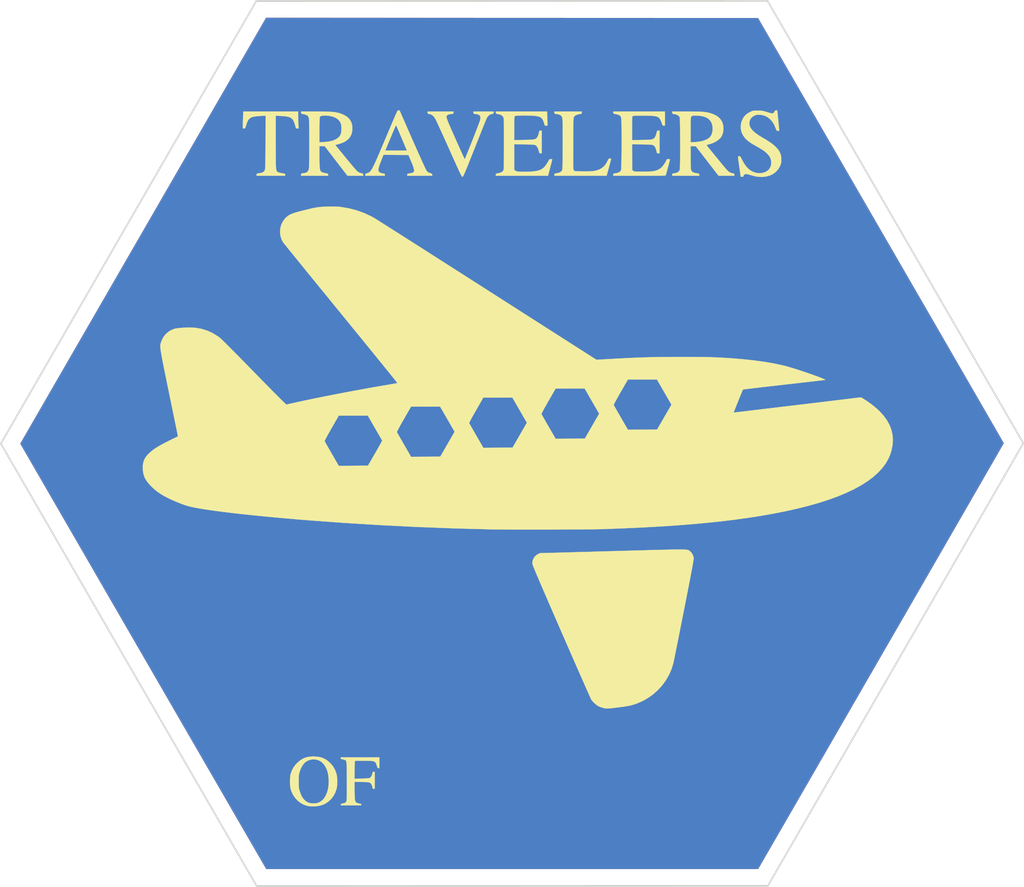
<source format=kicad_pcb>
(kicad_pcb (version 20171130) (host pcbnew 5.1.5+dfsg1-2build2)

  (general
    (thickness 1.6)
    (drawings 7)
    (tracks 0)
    (zones 0)
    (modules 4)
    (nets 1)
  )

  (page A4)
  (layers
    (0 F.Cu signal hide)
    (31 B.Cu signal hide)
    (32 B.Adhes user)
    (33 F.Adhes user)
    (34 B.Paste user)
    (35 F.Paste user)
    (36 B.SilkS user)
    (37 F.SilkS user)
    (38 B.Mask user)
    (39 F.Mask user)
    (40 Dwgs.User user)
    (41 Cmts.User user)
    (42 Eco1.User user)
    (43 Eco2.User user)
    (44 Edge.Cuts user)
    (45 Margin user)
    (46 B.CrtYd user)
    (47 F.CrtYd user)
    (48 B.Fab user)
    (49 F.Fab user)
  )

  (setup
    (last_trace_width 0.25)
    (trace_clearance 0.2)
    (zone_clearance 0.508)
    (zone_45_only no)
    (trace_min 0.2)
    (via_size 0.6)
    (via_drill 0.4)
    (via_min_size 0.4)
    (via_min_drill 0.3)
    (uvia_size 0.3)
    (uvia_drill 0.1)
    (uvias_allowed no)
    (uvia_min_size 0.2)
    (uvia_min_drill 0.1)
    (edge_width 0.15)
    (segment_width 0.2)
    (pcb_text_width 0.3)
    (pcb_text_size 1.5 1.5)
    (mod_edge_width 0.15)
    (mod_text_size 1 1)
    (mod_text_width 0.15)
    (pad_size 1.524 1.524)
    (pad_drill 0.762)
    (pad_to_mask_clearance 0.2)
    (aux_axis_origin 0 0)
    (visible_elements FFFFFF7F)
    (pcbplotparams
      (layerselection 0x010f0_ffffffff)
      (usegerberextensions false)
      (usegerberattributes false)
      (usegerberadvancedattributes false)
      (creategerberjobfile false)
      (excludeedgelayer true)
      (linewidth 0.100000)
      (plotframeref false)
      (viasonmask false)
      (mode 1)
      (useauxorigin false)
      (hpglpennumber 1)
      (hpglpenspeed 20)
      (hpglpendiameter 15.000000)
      (psnegative false)
      (psa4output false)
      (plotreference true)
      (plotvalue true)
      (plotinvisibletext false)
      (padsonsilk false)
      (subtractmaskfromsilk false)
      (outputformat 1)
      (mirror false)
      (drillshape 0)
      (scaleselection 1)
      (outputdirectory "gerbers/"))
  )

  (net 0 "")

  (net_class Default "This is the default net class."
    (clearance 0.2)
    (trace_width 0.25)
    (via_dia 0.6)
    (via_drill 0.4)
    (uvia_dia 0.3)
    (uvia_drill 0.1)
  )

  (module LOGO (layer F.Cu) (tedit 0) (tstamp 0)
    (at 0 0)
    (fp_text reference G*** (at 0 0) (layer F.SilkS) hide
      (effects (font (size 1.524 1.524) (thickness 0.3)))
    )
    (fp_text value LOGO (at 0.75 0) (layer F.SilkS) hide
      (effects (font (size 1.524 1.524) (thickness 0.3)))
    )
    (fp_poly (pts (xy 14.39991 -24.92375) (xy 21.59319 -12.47775) (xy 21.982771 -11.803661) (xy 22.3671 -11.13861)
      (xy 22.745631 -10.483541) (xy 23.117822 -9.839396) (xy 23.483127 -9.207118) (xy 23.841001 -8.587651)
      (xy 24.190902 -7.981938) (xy 24.532284 -7.390922) (xy 24.864603 -6.815545) (xy 25.187315 -6.256752)
      (xy 25.499876 -5.715485) (xy 25.80174 -5.192688) (xy 26.092364 -4.689303) (xy 26.371204 -4.206274)
      (xy 26.637715 -3.744544) (xy 26.891352 -3.305056) (xy 27.131572 -2.888753) (xy 27.35783 -2.496578)
      (xy 27.569582 -2.129474) (xy 27.766284 -1.788386) (xy 27.94739 -1.474255) (xy 28.112357 -1.188024)
      (xy 28.260641 -0.930638) (xy 28.391697 -0.703039) (xy 28.50498 -0.50617) (xy 28.599947 -0.340974)
      (xy 28.676053 -0.208395) (xy 28.732754 -0.109375) (xy 28.769506 -0.044859) (xy 28.785763 -0.015788)
      (xy 28.786569 -0.014132) (xy 28.776086 0.005004) (xy 28.74499 0.059865) (xy 28.693824 0.149506)
      (xy 28.623131 0.272987) (xy 28.533454 0.429362) (xy 28.425337 0.617689) (xy 28.299322 0.837025)
      (xy 28.155953 1.086427) (xy 27.995773 1.364952) (xy 27.819326 1.671656) (xy 27.627153 2.005597)
      (xy 27.4198 2.365831) (xy 27.197808 2.751415) (xy 26.961722 3.161407) (xy 26.712084 3.594862)
      (xy 26.449437 4.050839) (xy 26.174325 4.528393) (xy 25.887291 5.026582) (xy 25.588878 5.544463)
      (xy 25.27963 6.081092) (xy 24.960089 6.635526) (xy 24.630799 7.206823) (xy 24.292303 7.794039)
      (xy 23.945144 8.396231) (xy 23.589866 9.012456) (xy 23.227011 9.641771) (xy 22.857123 10.283233)
      (xy 22.480745 10.935898) (xy 22.098421 11.598824) (xy 21.710693 12.271068) (xy 21.596579 12.468909)
      (xy 14.40649 24.934334) (xy -14.390268 24.934334) (xy -14.463431 24.812625) (xy -14.477978 24.787719)
      (xy -14.51303 24.727321) (xy -14.567914 24.632592) (xy -14.641958 24.504697) (xy -14.734491 24.344799)
      (xy -14.844839 24.154061) (xy -14.972332 23.933645) (xy -15.116296 23.684716) (xy -15.27606 23.408436)
      (xy -15.450951 23.105968) (xy -15.640298 22.778476) (xy -15.843429 22.427122) (xy -16.05967 22.053071)
      (xy -16.28835 21.657484) (xy -16.528798 21.241525) (xy -16.78034 20.806358) (xy -17.042305 20.353145)
      (xy -17.31402 19.88305) (xy -17.594814 19.397235) (xy -17.884013 18.896865) (xy -18.180948 18.383101)
      (xy -18.484944 17.857108) (xy -18.79533 17.320048) (xy -19.111433 16.773084) (xy -19.432583 16.21738)
      (xy -19.758106 15.654099) (xy -20.08733 15.084404) (xy -20.419583 14.509457) (xy -20.754194 13.930423)
      (xy -21.09049 13.348465) (xy -21.427798 12.764745) (xy -21.765447 12.180426) (xy -22.102765 11.596673)
      (xy -22.439079 11.014647) (xy -22.773718 10.435513) (xy -23.106009 9.860432) (xy -23.43528 9.29057)
      (xy -23.760859 8.727087) (xy -24.082074 8.171149) (xy -24.398252 7.623917) (xy -24.708722 7.086556)
      (xy -25.012812 6.560227) (xy -25.309849 6.046095) (xy -25.599161 5.545322) (xy -25.880076 5.059072)
      (xy -26.151922 4.588508) (xy -26.414027 4.134793) (xy -26.665719 3.699089) (xy -26.906325 3.282561)
      (xy -27.135174 2.886372) (xy -27.351593 2.511683) (xy -27.55491 2.15966) (xy -27.744454 1.831464)
      (xy -27.919551 1.528259) (xy -28.07953 1.251209) (xy -28.223719 1.001475) (xy -28.351445 0.780222)
      (xy -28.462037 0.588613) (xy -28.554822 0.42781) (xy -28.629128 0.298977) (xy -28.684283 0.203277)
      (xy -28.719615 0.141873) (xy -28.734452 0.115929) (xy -28.734489 0.115863) (xy -28.793732 0.009477)
      (xy -21.599948 -12.462444) (xy -14.406164 -24.934364) (xy 14.39991 -24.92375)) (layer B.Cu) (width 0.01))
  )

  (module LOGO (layer F.Cu) (tedit 0) (tstamp 0)
    (at 0 0)
    (fp_text reference G*** (at 0 0) (layer F.SilkS) hide
      (effects (font (size 1.524 1.524) (thickness 0.3)))
    )
    (fp_text value LOGO (at 0.75 0) (layer F.SilkS) hide
      (effects (font (size 1.524 1.524) (thickness 0.3)))
    )
    (fp_poly (pts (xy 14.39991 -24.92375) (xy 21.59319 -12.47775) (xy 21.982771 -11.803661) (xy 22.3671 -11.13861)
      (xy 22.745631 -10.483541) (xy 23.117822 -9.839396) (xy 23.483127 -9.207118) (xy 23.841001 -8.587651)
      (xy 24.190902 -7.981938) (xy 24.532284 -7.390922) (xy 24.864603 -6.815545) (xy 25.187315 -6.256752)
      (xy 25.499876 -5.715485) (xy 25.80174 -5.192688) (xy 26.092364 -4.689303) (xy 26.371204 -4.206274)
      (xy 26.637715 -3.744544) (xy 26.891352 -3.305056) (xy 27.131572 -2.888753) (xy 27.35783 -2.496578)
      (xy 27.569582 -2.129474) (xy 27.766284 -1.788386) (xy 27.94739 -1.474255) (xy 28.112357 -1.188024)
      (xy 28.260641 -0.930638) (xy 28.391697 -0.703039) (xy 28.50498 -0.50617) (xy 28.599947 -0.340974)
      (xy 28.676053 -0.208395) (xy 28.732754 -0.109375) (xy 28.769506 -0.044859) (xy 28.785763 -0.015788)
      (xy 28.786569 -0.014132) (xy 28.776086 0.005004) (xy 28.74499 0.059865) (xy 28.693824 0.149506)
      (xy 28.623131 0.272987) (xy 28.533454 0.429362) (xy 28.425337 0.617689) (xy 28.299322 0.837025)
      (xy 28.155953 1.086427) (xy 27.995773 1.364952) (xy 27.819326 1.671656) (xy 27.627153 2.005597)
      (xy 27.4198 2.365831) (xy 27.197808 2.751415) (xy 26.961722 3.161407) (xy 26.712084 3.594862)
      (xy 26.449437 4.050839) (xy 26.174325 4.528393) (xy 25.887291 5.026582) (xy 25.588878 5.544463)
      (xy 25.27963 6.081092) (xy 24.960089 6.635526) (xy 24.630799 7.206823) (xy 24.292303 7.794039)
      (xy 23.945144 8.396231) (xy 23.589866 9.012456) (xy 23.227011 9.641771) (xy 22.857123 10.283233)
      (xy 22.480745 10.935898) (xy 22.098421 11.598824) (xy 21.710693 12.271068) (xy 21.596579 12.468909)
      (xy 14.40649 24.934334) (xy -14.390268 24.934334) (xy -14.463431 24.812625) (xy -14.477978 24.787719)
      (xy -14.51303 24.727321) (xy -14.567914 24.632592) (xy -14.641958 24.504697) (xy -14.734491 24.344799)
      (xy -14.844839 24.154061) (xy -14.972332 23.933645) (xy -15.116296 23.684716) (xy -15.27606 23.408436)
      (xy -15.450951 23.105968) (xy -15.640298 22.778476) (xy -15.843429 22.427122) (xy -16.05967 22.053071)
      (xy -16.28835 21.657484) (xy -16.528798 21.241525) (xy -16.78034 20.806358) (xy -17.042305 20.353145)
      (xy -17.31402 19.88305) (xy -17.594814 19.397235) (xy -17.884013 18.896865) (xy -18.180948 18.383101)
      (xy -18.484944 17.857108) (xy -18.79533 17.320048) (xy -19.111433 16.773084) (xy -19.432583 16.21738)
      (xy -19.758106 15.654099) (xy -20.08733 15.084404) (xy -20.419583 14.509457) (xy -20.754194 13.930423)
      (xy -21.09049 13.348465) (xy -21.427798 12.764745) (xy -21.765447 12.180426) (xy -22.102765 11.596673)
      (xy -22.439079 11.014647) (xy -22.773718 10.435513) (xy -23.106009 9.860432) (xy -23.43528 9.29057)
      (xy -23.760859 8.727087) (xy -24.082074 8.171149) (xy -24.398252 7.623917) (xy -24.708722 7.086556)
      (xy -25.012812 6.560227) (xy -25.309849 6.046095) (xy -25.599161 5.545322) (xy -25.880076 5.059072)
      (xy -26.151922 4.588508) (xy -26.414027 4.134793) (xy -26.665719 3.699089) (xy -26.906325 3.282561)
      (xy -27.135174 2.886372) (xy -27.351593 2.511683) (xy -27.55491 2.15966) (xy -27.744454 1.831464)
      (xy -27.919551 1.528259) (xy -28.07953 1.251209) (xy -28.223719 1.001475) (xy -28.351445 0.780222)
      (xy -28.462037 0.588613) (xy -28.554822 0.42781) (xy -28.629128 0.298977) (xy -28.684283 0.203277)
      (xy -28.719615 0.141873) (xy -28.734452 0.115929) (xy -28.734489 0.115863) (xy -28.793732 0.009477)
      (xy -21.599948 -12.462444) (xy -14.406164 -24.934364) (xy 14.39991 -24.92375)) (layer F.Cu) (width 0.01))
  )

  (module LOGO (layer F.Cu) (tedit 0) (tstamp 0)
    (at 0 0)
    (fp_text reference G*** (at 0 0) (layer F.SilkS) hide
      (effects (font (size 1.524 1.524) (thickness 0.3)))
    )
    (fp_text value LOGO (at 0.75 0) (layer F.SilkS) hide
      (effects (font (size 1.524 1.524) (thickness 0.3)))
    )
    (fp_poly (pts (xy -3.915811 17.311391) (xy -3.746236 17.341878) (xy -3.557939 17.391481) (xy -3.342288 17.461755)
      (xy -3.341277 17.462108) (xy -3.230835 17.499471) (xy -3.130621 17.531081) (xy -3.049204 17.554405)
      (xy -2.99515 17.566908) (xy -2.982063 17.568329) (xy -2.907984 17.548052) (xy -2.840101 17.490747)
      (xy -2.784649 17.401717) (xy -2.783642 17.399501) (xy -2.756738 17.345865) (xy -2.730373 17.321582)
      (xy -2.689202 17.316767) (xy -2.658026 17.318588) (xy -2.57175 17.324917) (xy -2.566157 17.986375)
      (xy -2.560563 18.647834) (xy -2.643693 18.647834) (xy -2.684474 18.646319) (xy -2.71409 18.636888)
      (xy -2.740263 18.612208) (xy -2.770712 18.564946) (xy -2.813159 18.487771) (xy -2.814122 18.485987)
      (xy -2.963574 18.237068) (xy -3.124252 18.022426) (xy -3.294479 17.843329) (xy -3.472581 17.701045)
      (xy -3.656881 17.596843) (xy -3.845705 17.531992) (xy -4.037376 17.50776) (xy -4.104482 17.50909)
      (xy -4.291447 17.539245) (xy -4.458821 17.606864) (xy -4.606522 17.71184) (xy -4.734468 17.854066)
      (xy -4.84258 18.033436) (xy -4.930775 18.249845) (xy -4.998973 18.503185) (xy -5.039096 18.7325)
      (xy -5.051409 18.854912) (xy -5.059377 19.006951) (xy -5.063092 19.177545) (xy -5.062642 19.355622)
      (xy -5.058117 19.530109) (xy -5.049608 19.689934) (xy -5.037203 19.824023) (xy -5.029827 19.876385)
      (xy -4.972719 20.145721) (xy -4.895592 20.37804) (xy -4.797915 20.573905) (xy -4.679159 20.73388)
      (xy -4.538794 20.858527) (xy -4.37629 20.94841) (xy -4.191116 21.004091) (xy -3.982744 21.026134)
      (xy -3.947583 21.026577) (xy -3.75382 21.014501) (xy -3.570341 20.976288) (xy -3.391857 20.909446)
      (xy -3.21308 20.811484) (xy -3.028722 20.67991) (xy -2.833494 20.512234) (xy -2.810504 20.490895)
      (xy -2.647092 20.338161) (xy -2.561796 20.406706) (xy -2.513343 20.448826) (xy -2.48244 20.481805)
      (xy -2.4765 20.493108) (xy -2.49129 20.519412) (xy -2.531425 20.567476) (xy -2.590556 20.630996)
      (xy -2.662331 20.703671) (xy -2.7404 20.779199) (xy -2.818412 20.851278) (xy -2.890017 20.913605)
      (xy -2.9413 20.954358) (xy -3.140694 21.082019) (xy -3.358276 21.185667) (xy -3.579315 21.258603)
      (xy -3.642369 21.273139) (xy -3.788122 21.29532) (xy -3.957976 21.308577) (xy -4.137503 21.31277)
      (xy -4.312274 21.307755) (xy -4.467862 21.29339) (xy -4.537438 21.281972) (xy -4.816253 21.206063)
      (xy -5.073834 21.09458) (xy -5.307855 20.949806) (xy -5.515991 20.774026) (xy -5.695917 20.569527)
      (xy -5.845307 20.338591) (xy -5.961835 20.083505) (xy -6.043177 19.806553) (xy -6.044296 19.801417)
      (xy -6.064882 19.669352) (xy -6.077421 19.509317) (xy -6.08191 19.334906) (xy -6.078346 19.159711)
      (xy -6.066728 18.997325) (xy -6.047052 18.86134) (xy -6.044469 18.848917) (xy -5.963723 18.570826)
      (xy -5.845678 18.312699) (xy -5.690123 18.074148) (xy -5.514603 17.872549) (xy -5.307682 17.687441)
      (xy -5.088806 17.540341) (xy -4.853806 17.429393) (xy -4.598517 17.352737) (xy -4.31877 17.308518)
      (xy -4.233333 17.301554) (xy -4.075299 17.298468) (xy -3.915811 17.311391)) (layer F.Mask) (width 0.01))
    (fp_poly (pts (xy 11.339042 18.569483) (xy 12.308417 19.761133) (xy 12.313933 18.842452) (xy 12.314881 18.593288)
      (xy 12.314569 18.376271) (xy 12.313027 18.193207) (xy 12.310283 18.045898) (xy 12.306367 17.93615)
      (xy 12.301309 17.865766) (xy 12.297501 17.842265) (xy 12.24985 17.734469) (xy 12.170836 17.651912)
      (xy 12.058753 17.593338) (xy 11.911898 17.557491) (xy 11.910749 17.557318) (xy 11.850676 17.546692)
      (xy 11.821412 17.531358) (xy 11.811875 17.500514) (xy 11.811 17.460097) (xy 11.811 17.377834)
      (xy 13.038667 17.377834) (xy 13.038667 17.541382) (xy 12.909971 17.568693) (xy 12.778712 17.6089)
      (xy 12.685495 17.666051) (xy 12.629272 17.740841) (xy 12.62182 17.759566) (xy 12.616915 17.785677)
      (xy 12.612594 17.835071) (xy 12.608829 17.909693) (xy 12.605592 18.011489) (xy 12.602854 18.142403)
      (xy 12.600586 18.304379) (xy 12.598761 18.499362) (xy 12.59735 18.729298) (xy 12.596325 18.996129)
      (xy 12.595657 19.301802) (xy 12.595362 19.573875) (xy 12.594167 21.314834) (xy 12.504209 21.31443)
      (xy 12.41425 21.314027) (xy 9.916584 18.272137) (xy 9.910694 19.407194) (xy 9.909593 19.710936)
      (xy 9.909666 19.973023) (xy 9.910922 20.194115) (xy 9.91337 20.374873) (xy 9.91702 20.51596)
      (xy 9.921881 20.618037) (xy 9.927963 20.681765) (xy 9.928619 20.685937) (xy 9.954561 20.794603)
      (xy 9.995597 20.877453) (xy 10.05787 20.939825) (xy 10.147523 20.987056) (xy 10.270702 21.024486)
      (xy 10.334625 21.038715) (xy 10.402606 21.05395) (xy 10.438946 21.069002) (xy 10.453551 21.09182)
      (xy 10.456325 21.130357) (xy 10.456334 21.136418) (xy 10.456334 21.209) (xy 9.144 21.209)
      (xy 9.144 21.13532) (xy 9.149031 21.083684) (xy 9.170872 21.058914) (xy 9.202209 21.049432)
      (xy 9.335067 21.019811) (xy 9.432849 20.992773) (xy 9.5024 20.96499) (xy 9.550561 20.933135)
      (xy 9.584177 20.893879) (xy 9.606043 20.853053) (xy 9.613118 20.834217) (xy 9.619233 20.809059)
      (xy 9.624477 20.774461) (xy 9.628935 20.727303) (xy 9.632694 20.664468) (xy 9.635841 20.582836)
      (xy 9.638462 20.479288) (xy 9.640644 20.350707) (xy 9.642474 20.193972) (xy 9.644039 20.005966)
      (xy 9.645425 19.78357) (xy 9.646719 19.523666) (xy 9.647418 19.364525) (xy 9.65342 17.953967)
      (xy 9.524226 17.805334) (xy 9.428219 17.702368) (xy 9.340265 17.622502) (xy 9.265214 17.569611)
      (xy 9.207919 17.547572) (xy 9.201071 17.547167) (xy 9.176971 17.536966) (xy 9.166538 17.50005)
      (xy 9.165167 17.4625) (xy 9.165167 17.377834) (xy 10.369668 17.377834) (xy 11.339042 18.569483)) (layer F.Mask) (width 0.01))
    (fp_poly (pts (xy -0.233062 17.29848) (xy -0.196743 17.319625) (xy -0.185474 17.342927) (xy -0.159084 17.402187)
      (xy -0.118882 17.494347) (xy -0.066178 17.616351) (xy -0.00228 17.765141) (xy 0.0715 17.937661)
      (xy 0.153855 18.130853) (xy 0.243474 18.34166) (xy 0.339048 18.567026) (xy 0.439268 18.803893)
      (xy 0.453821 18.838334) (xy 0.595718 19.17402) (xy 0.722332 19.472886) (xy 0.834784 19.737135)
      (xy 0.934195 19.968972) (xy 1.021686 20.170601) (xy 1.098377 20.344228) (xy 1.165388 20.492057)
      (xy 1.223841 20.616293) (xy 1.274856 20.719141) (xy 1.319555 20.802805) (xy 1.359057 20.869489)
      (xy 1.394483 20.9214) (xy 1.426955 20.960741) (xy 1.457592 20.989717) (xy 1.487516 21.010533)
      (xy 1.517847 21.025393) (xy 1.549707 21.036503) (xy 1.574805 21.043573) (xy 1.633903 21.061855)
      (xy 1.662511 21.08215) (xy 1.67156 21.115207) (xy 1.672167 21.139307) (xy 1.672167 21.209)
      (xy -0.169333 21.209) (xy -0.169333 21.13532) (xy -0.167621 21.097301) (xy -0.157362 21.072048)
      (xy -0.130876 21.055766) (xy -0.08048 21.044657) (xy 0.001508 21.034924) (xy 0.042033 21.030847)
      (xy 0.141908 21.013088) (xy 0.212171 20.980143) (xy 0.254104 20.928212) (xy 0.268988 20.853492)
      (xy 0.258103 20.752182) (xy 0.222732 20.620478) (xy 0.201612 20.55728) (xy 0.164185 20.452821)
      (xy 0.125262 20.34924) (xy 0.090629 20.261723) (xy 0.074658 20.224018) (xy 0.023216 20.1077)
      (xy -0.606532 20.113309) (xy -1.23628 20.118917) (xy -1.317088 20.330584) (xy -1.357016 20.438041)
      (xy -1.3967 20.549685) (xy -1.430033 20.648142) (xy -1.442566 20.687506) (xy -1.465277 20.765133)
      (xy -1.475158 20.816052) (xy -1.472892 20.853672) (xy -1.45916 20.891404) (xy -1.453556 20.903391)
      (xy -1.42382 20.94992) (xy -1.380099 20.981134) (xy -1.309346 21.006843) (xy -1.238436 21.025615)
      (xy -1.178287 21.037633) (xy -1.155033 21.039956) (xy -1.07763 21.047383) (xy -1.033903 21.07163)
      (xy -1.016919 21.117553) (xy -1.016 21.137386) (xy -1.016 21.209) (xy -2.182722 21.209)
      (xy -2.176153 21.130301) (xy -2.167407 21.077333) (xy -2.144018 21.050184) (xy -2.092479 21.033485)
      (xy -2.090689 21.033063) (xy -1.991508 20.988625) (xy -1.896879 20.90284) (xy -1.806515 20.775399)
      (xy -1.749524 20.66925) (xy -1.726834 20.619374) (xy -1.689771 20.533679) (xy -1.639766 20.415622)
      (xy -1.578248 20.268657) (xy -1.506646 20.09624) (xy -1.42639 19.901827) (xy -1.396392 19.828802)
      (xy -1.117302 19.828802) (xy -1.109122 19.837654) (xy -1.087277 19.844194) (xy -1.046989 19.848767)
      (xy -0.983483 19.851722) (xy -0.891979 19.853404) (xy -0.767701 19.854159) (xy -0.605872 19.854333)
      (xy -0.605719 19.854334) (xy -0.462239 19.853744) (xy -0.333878 19.852088) (xy -0.226348 19.849531)
      (xy -0.145358 19.846239) (xy -0.096622 19.842379) (xy -0.084666 19.839148) (xy -0.092427 19.816177)
      (xy -0.11417 19.76046) (xy -0.147586 19.677515) (xy -0.190366 19.572863) (xy -0.240202 19.452023)
      (xy -0.294784 19.320514) (xy -0.351804 19.183857) (xy -0.408952 19.04757) (xy -0.463919 18.917174)
      (xy -0.514398 18.798188) (xy -0.558078 18.696132) (xy -0.592651 18.616526) (xy -0.615809 18.564889)
      (xy -0.625241 18.54674) (xy -0.625283 18.546765) (xy -0.634288 18.567508) (xy -0.6562 18.622034)
      (xy -0.688795 18.704592) (xy -0.729849 18.809429) (xy -0.777137 18.930792) (xy -0.828434 19.06293)
      (xy -0.881517 19.200089) (xy -0.93416 19.336517) (xy -0.984139 19.466462) (xy -1.02923 19.584171)
      (xy -1.067209 19.683892) (xy -1.09585 19.759872) (xy -1.112929 19.806359) (xy -1.116594 19.817292)
      (xy -1.117302 19.828802) (xy -1.396392 19.828802) (xy -1.338909 19.688871) (xy -1.245634 19.46083)
      (xy -1.147994 19.221158) (xy -1.047418 18.973311) (xy -1.02705 18.923) (xy -0.9281 18.678623)
      (xy -0.833444 18.445121) (xy -0.744322 18.225539) (xy -0.661976 18.022923) (xy -0.587647 17.840318)
      (xy -0.522576 17.68077) (xy -0.468004 17.547324) (xy -0.425173 17.443025) (xy -0.395323 17.370919)
      (xy -0.379696 17.334052) (xy -0.37791 17.330209) (xy -0.343641 17.304184) (xy -0.288868 17.293228)
      (xy -0.233062 17.29848)) (layer F.Mask) (width 0.01))
    (fp_poly (pts (xy 5.087331 17.635157) (xy 5.092545 17.756207) (xy 5.096861 17.90225) (xy 5.099866 18.055951)
      (xy 5.101148 18.199973) (xy 5.101167 18.21724) (xy 5.101167 18.542) (xy 4.920865 18.542)
      (xy 4.883988 18.377959) (xy 4.836621 18.213301) (xy 4.773151 18.06106) (xy 4.698933 17.932996)
      (xy 4.656467 17.878256) (xy 4.545148 17.780015) (xy 4.40203 17.698692) (xy 4.235509 17.637922)
      (xy 4.053979 17.601341) (xy 4.005155 17.596224) (xy 3.851061 17.583181) (xy 3.856989 19.200299)
      (xy 3.858154 19.502132) (xy 3.859333 19.764518) (xy 3.860599 19.990342) (xy 3.862023 20.18249)
      (xy 3.863678 20.343847) (xy 3.865636 20.4773) (xy 3.86797 20.585734) (xy 3.870751 20.672036)
      (xy 3.874053 20.73909) (xy 3.877946 20.789782) (xy 3.882504 20.826998) (xy 3.887799 20.853625)
      (xy 3.893902 20.872547) (xy 3.899145 20.883585) (xy 3.956182 20.946129) (xy 4.048488 20.994707)
      (xy 4.170472 21.026423) (xy 4.17671 21.027429) (xy 4.25383 21.039528) (xy 4.328584 21.051209)
      (xy 4.378385 21.063075) (xy 4.398792 21.087038) (xy 4.402667 21.135876) (xy 4.402667 21.209)
      (xy 2.370667 21.209) (xy 2.370667 21.135876) (xy 2.374373 21.087368) (xy 2.393791 21.063855)
      (xy 2.441372 21.051962) (xy 2.450042 21.050607) (xy 2.594045 21.025492) (xy 2.701856 20.99779)
      (xy 2.779595 20.963631) (xy 2.833382 20.919141) (xy 2.869339 20.86045) (xy 2.893587 20.783684)
      (xy 2.897156 20.767764) (xy 2.902412 20.724654) (xy 2.906983 20.646922) (xy 2.910882 20.53358)
      (xy 2.914125 20.38364) (xy 2.916726 20.196114) (xy 2.918698 19.970013) (xy 2.920056 19.704351)
      (xy 2.920815 19.398138) (xy 2.921 19.123042) (xy 2.921 17.5895) (xy 2.831042 17.589868)
      (xy 2.712878 17.599934) (xy 2.577193 17.626222) (xy 2.443321 17.664131) (xy 2.330946 17.708889)
      (xy 2.213211 17.779026) (xy 2.114554 17.867172) (xy 2.031968 17.978207) (xy 1.962445 18.117013)
      (xy 1.902979 18.288471) (xy 1.85356 18.483792) (xy 1.83998 18.521713) (xy 1.812585 18.538306)
      (xy 1.757313 18.542) (xy 1.672167 18.542) (xy 1.672167 17.377834) (xy 5.073495 17.377834)
      (xy 5.087331 17.635157)) (layer F.Mask) (width 0.01))
    (fp_poly (pts (xy 7.030984 17.302339) (xy 7.069435 17.335066) (xy 7.081049 17.360745) (xy 7.107867 17.422378)
      (xy 7.148596 17.516932) (xy 7.201941 17.641376) (xy 7.266608 17.792678) (xy 7.341302 17.967805)
      (xy 7.424731 18.163726) (xy 7.515599 18.377408) (xy 7.612613 18.605818) (xy 7.714479 18.845926)
      (xy 7.749213 18.927858) (xy 7.854503 19.175896) (xy 7.957011 19.416664) (xy 8.055252 19.646719)
      (xy 8.147742 19.862617) (xy 8.232998 20.060914) (xy 8.309534 20.238165) (xy 8.375866 20.390928)
      (xy 8.43051 20.515759) (xy 8.471981 20.609213) (xy 8.498796 20.667847) (xy 8.502495 20.675556)
      (xy 8.573445 20.810077) (xy 8.639384 20.909073) (xy 8.705352 20.978144) (xy 8.77639 21.022887)
      (xy 8.833452 21.043167) (xy 8.893116 21.061508) (xy 8.922228 21.081539) (xy 8.931632 21.113805)
      (xy 8.932334 21.139307) (xy 8.932334 21.209) (xy 7.090834 21.209) (xy 7.090834 21.13532)
      (xy 7.092546 21.097301) (xy 7.102805 21.072048) (xy 7.129291 21.055766) (xy 7.179687 21.044657)
      (xy 7.261674 21.034924) (xy 7.3022 21.030847) (xy 7.411109 21.009008) (xy 7.483999 20.967682)
      (xy 7.523303 20.905088) (xy 7.531304 20.863199) (xy 7.526556 20.806593) (xy 7.507513 20.719829)
      (xy 7.47684 20.611537) (xy 7.437205 20.490344) (xy 7.391274 20.364881) (xy 7.341715 20.243776)
      (xy 7.335468 20.229535) (xy 7.281867 20.108334) (xy 6.030996 20.108334) (xy 5.987856 20.208875)
      (xy 5.942774 20.320465) (xy 5.899145 20.440125) (xy 5.859373 20.559862) (xy 5.825864 20.671684)
      (xy 5.801022 20.767597) (xy 5.787253 20.839611) (xy 5.786481 20.878083) (xy 5.821642 20.937212)
      (xy 5.889934 20.986595) (xy 5.982357 21.020666) (xy 6.031811 21.029838) (xy 6.127729 21.04288)
      (xy 6.189288 21.054301) (xy 6.224105 21.067931) (xy 6.239802 21.087603) (xy 6.244 21.117146)
      (xy 6.244167 21.136599) (xy 6.244167 21.209) (xy 5.08 21.209) (xy 5.08 21.134253)
      (xy 5.088328 21.075349) (xy 5.115343 21.048703) (xy 5.117042 21.048151) (xy 5.230359 21.002521)
      (xy 5.325759 20.943185) (xy 5.384297 20.886232) (xy 5.40547 20.856212) (xy 5.428872 20.818044)
      (xy 5.45555 20.769298) (xy 5.48655 20.707546) (xy 5.52292 20.630358) (xy 5.565707 20.535305)
      (xy 5.615957 20.419959) (xy 5.674717 20.281891) (xy 5.743035 20.118671) (xy 5.821957 19.92787)
      (xy 5.859919 19.835321) (xy 6.138334 19.835321) (xy 6.158618 19.840742) (xy 6.215949 19.845515)
      (xy 6.305042 19.849445) (xy 6.420611 19.852339) (xy 6.557373 19.854003) (xy 6.656917 19.854334)
      (xy 6.800041 19.85386) (xy 6.928032 19.852531) (xy 7.035167 19.850478) (xy 7.115718 19.847837)
      (xy 7.163963 19.844741) (xy 7.1755 19.842197) (xy 7.167732 19.819379) (xy 7.145966 19.763777)
      (xy 7.112512 19.68091) (xy 7.069681 19.576293) (xy 7.01978 19.455444) (xy 6.96512 19.323881)
      (xy 6.908011 19.187119) (xy 6.850761 19.050676) (xy 6.795681 18.920068) (xy 6.74508 18.800814)
      (xy 6.701267 18.698429) (xy 6.666552 18.618431) (xy 6.643244 18.566337) (xy 6.633654 18.547664)
      (xy 6.633591 18.547687) (xy 6.623892 18.569092) (xy 6.601407 18.624339) (xy 6.568347 18.707679)
      (xy 6.526921 18.813368) (xy 6.47934 18.935656) (xy 6.427815 19.068798) (xy 6.374556 19.207047)
      (xy 6.321774 19.344655) (xy 6.271678 19.475876) (xy 6.22648 19.594963) (xy 6.188389 19.696168)
      (xy 6.159616 19.773746) (xy 6.142372 19.821949) (xy 6.138334 19.835321) (xy 5.859919 19.835321)
      (xy 5.91253 19.707059) (xy 6.015801 19.45381) (xy 6.132816 19.165693) (xy 6.241957 18.896287)
      (xy 6.339815 18.654695) (xy 6.433441 18.423884) (xy 6.521571 18.206951) (xy 6.602939 18.006995)
      (xy 6.67628 17.827113) (xy 6.740331 17.670403) (xy 6.793825 17.539964) (xy 6.835499 17.438893)
      (xy 6.864087 17.370289) (xy 6.878324 17.337249) (xy 6.879303 17.335245) (xy 6.917796 17.302435)
      (xy 6.974395 17.29146) (xy 7.030984 17.302339)) (layer F.Mask) (width 0.01))
    (fp_poly (pts (xy -9.03586 -1.311682) (xy -8.894958 -1.310033) (xy -8.788979 -1.307034) (xy -8.714222 -1.302516)
      (xy -8.666989 -1.296309) (xy -8.643579 -1.288244) (xy -8.640981 -1.285875) (xy -8.622229 -1.257521)
      (xy -8.586685 -1.199172) (xy -8.53752 -1.116356) (xy -8.477906 -1.014602) (xy -8.411013 -0.89944)
      (xy -8.340014 -0.776397) (xy -8.268079 -0.651002) (xy -8.198381 -0.528786) (xy -8.13409 -0.415275)
      (xy -8.078378 -0.315999) (xy -8.034416 -0.236488) (xy -8.005375 -0.182269) (xy -7.994428 -0.158871)
      (xy -7.994411 -0.158681) (xy -8.004493 -0.135703) (xy -8.033269 -0.080746) (xy -8.078174 0.00156)
      (xy -8.136642 0.106587) (xy -8.206108 0.229704) (xy -8.284008 0.366282) (xy -8.319861 0.428694)
      (xy -8.645777 0.994834) (xy -9.966047 0.994834) (xy -10.007574 0.926042) (xy -10.067075 0.826253)
      (xy -10.134687 0.710827) (xy -10.207462 0.585005) (xy -10.282455 0.454027) (xy -10.356719 0.323133)
      (xy -10.427308 0.197564) (xy -10.491275 0.08256) (xy -10.545674 -0.016638) (xy -10.587559 -0.094791)
      (xy -10.613983 -0.146657) (xy -10.622057 -0.166892) (xy -10.610112 -0.18919) (xy -10.579678 -0.24348)
      (xy -10.53342 -0.325082) (xy -10.474002 -0.429316) (xy -10.404085 -0.551503) (xy -10.326335 -0.686964)
      (xy -10.298284 -0.735742) (xy -9.981485 -1.286357) (xy -9.874951 -1.299161) (xy -9.824709 -1.302668)
      (xy -9.739195 -1.305822) (xy -9.625468 -1.308486) (xy -9.49059 -1.310519) (xy -9.34162 -1.311784)
      (xy -9.215383 -1.312149) (xy -9.03586 -1.311682)) (layer F.Mask) (width 0.01))
    (fp_poly (pts (xy -4.705536 -1.840294) (xy -4.586785 -1.836566) (xy -4.493654 -1.83092) (xy -4.431871 -1.823423)
      (xy -4.407716 -1.815041) (xy -4.388992 -1.786687) (xy -4.353472 -1.728334) (xy -4.304326 -1.645514)
      (xy -4.244727 -1.543754) (xy -4.177846 -1.428586) (xy -4.106855 -1.305537) (xy -4.034924 -1.180138)
      (xy -3.965226 -1.057918) (xy -3.900932 -0.944407) (xy -3.845213 -0.845133) (xy -3.80124 -0.765627)
      (xy -3.772186 -0.711418) (xy -3.761222 -0.688035) (xy -3.761205 -0.687848) (xy -3.771255 -0.66487)
      (xy -3.800002 -0.609914) (xy -3.844881 -0.52761) (xy -3.903328 -0.422585) (xy -3.972779 -0.29947)
      (xy -4.05067 -0.162894) (xy -4.086527 -0.100473) (xy -4.412444 0.465667) (xy -5.732714 0.465667)
      (xy -5.774181 0.396875) (xy -5.795627 0.360545) (xy -5.834993 0.293121) (xy -5.889042 0.200176)
      (xy -5.954536 0.087284) (xy -6.02824 -0.039983) (xy -6.106731 -0.175731) (xy -6.197534 -0.334068)
      (xy -6.267969 -0.459802) (xy -6.319792 -0.556422) (xy -6.354757 -0.627418) (xy -6.374621 -0.676281)
      (xy -6.381138 -0.706499) (xy -6.379199 -0.717496) (xy -6.364107 -0.74508) (xy -6.330653 -0.804284)
      (xy -6.281702 -0.890104) (xy -6.220119 -0.997531) (xy -6.148769 -1.12156) (xy -6.070516 -1.257186)
      (xy -6.054529 -1.284848) (xy -5.748475 -1.814249) (xy -5.483029 -1.827789) (xy -5.322132 -1.834669)
      (xy -5.158204 -1.839292) (xy -4.996975 -1.841726) (xy -4.844176 -1.842037) (xy -4.705536 -1.840294)) (layer F.Mask) (width 0.01))
    (fp_poly (pts (xy -0.340883 -2.3679) (xy -0.243495 -2.361527) (xy -0.187539 -2.351517) (xy -0.174383 -2.344208)
      (xy -0.155659 -2.315853) (xy -0.120138 -2.257501) (xy -0.070993 -2.17468) (xy -0.011394 -2.072921)
      (xy 0.055487 -1.957752) (xy 0.126478 -1.834704) (xy 0.198409 -1.709305) (xy 0.268107 -1.587085)
      (xy 0.332402 -1.473573) (xy 0.388121 -1.3743) (xy 0.432093 -1.294794) (xy 0.461147 -1.240585)
      (xy 0.472112 -1.217202) (xy 0.472129 -1.217014) (xy 0.462078 -1.194037) (xy 0.433332 -1.139081)
      (xy 0.388453 -1.056776) (xy 0.330006 -0.951752) (xy 0.260555 -0.828637) (xy 0.182663 -0.69206)
      (xy 0.146806 -0.629639) (xy -0.179111 -0.0635) (xy -1.500364 -0.0635) (xy -1.614897 -0.259291)
      (xy -1.739966 -0.473475) (xy -1.84492 -0.654191) (xy -1.931315 -0.804335) (xy -2.00071 -0.926806)
      (xy -2.054661 -1.024499) (xy -2.094726 -1.100312) (xy -2.122462 -1.157142) (xy -2.139427 -1.197885)
      (xy -2.147177 -1.225438) (xy -2.147272 -1.242698) (xy -2.145795 -1.24682) (xy -2.130721 -1.274363)
      (xy -2.097285 -1.333529) (xy -2.048352 -1.41931) (xy -1.986785 -1.526704) (xy -1.91545 -1.650704)
      (xy -1.83721 -1.786306) (xy -1.821277 -1.813874) (xy -1.515304 -2.343134) (xy -1.135259 -2.3569)
      (xy -0.876891 -2.365136) (xy -0.658056 -2.369711) (xy -0.479228 -2.37063) (xy -0.340883 -2.3679)) (layer F.Mask) (width 0.01))
    (fp_poly (pts (xy 3.916183 -2.89785) (xy 3.958167 -2.896508) (xy 4.053417 -2.88925) (xy 4.716365 -1.74625)
      (xy 4.649474 -1.628266) (xy 4.61998 -1.576565) (xy 4.57319 -1.49494) (xy 4.512977 -1.390127)
      (xy 4.443213 -1.268863) (xy 4.36777 -1.137886) (xy 4.318 -1.051564) (xy 4.053417 -0.592845)
      (xy 3.393193 -0.592756) (xy 2.73297 -0.592666) (xy 2.618262 -0.788458) (xy 2.492909 -1.002826)
      (xy 2.387724 -1.183744) (xy 2.301156 -1.334096) (xy 2.231655 -1.45677) (xy 2.177669 -1.554651)
      (xy 2.137648 -1.630627) (xy 2.110041 -1.687583) (xy 2.093298 -1.728406) (xy 2.085867 -1.755982)
      (xy 2.086199 -1.773197) (xy 2.087429 -1.776467) (xy 2.102541 -1.804259) (xy 2.13603 -1.863654)
      (xy 2.18503 -1.949638) (xy 2.246672 -2.057198) (xy 2.31809 -2.18132) (xy 2.396415 -2.31699)
      (xy 2.412423 -2.344665) (xy 2.718763 -2.874103) (xy 3.29084 -2.888935) (xy 3.447702 -2.892644)
      (xy 3.595391 -2.895467) (xy 3.727183 -2.897326) (xy 3.836355 -2.898146) (xy 3.916183 -2.89785)) (layer F.Mask) (width 0.01))
    (fp_poly (pts (xy 8.150396 -3.425104) (xy 8.212509 -3.422391) (xy 8.253421 -3.417742) (xy 8.277353 -3.411073)
      (xy 8.286476 -3.404937) (xy 8.30464 -3.378783) (xy 8.33987 -3.322187) (xy 8.388966 -3.240694)
      (xy 8.448729 -3.139844) (xy 8.515958 -3.025182) (xy 8.587455 -2.902249) (xy 8.660018 -2.776588)
      (xy 8.730449 -2.653742) (xy 8.795546 -2.539254) (xy 8.852111 -2.438666) (xy 8.896943 -2.357521)
      (xy 8.926842 -2.301361) (xy 8.938609 -2.27573) (xy 8.938671 -2.275243) (xy 8.928638 -2.252247)
      (xy 8.899883 -2.197288) (xy 8.854971 -2.114996) (xy 8.796469 -2.009998) (xy 8.726943 -1.886922)
      (xy 8.64896 -1.750398) (xy 8.61307 -1.688023) (xy 8.28675 -1.122144) (xy 7.626527 -1.121988)
      (xy 6.966303 -1.121833) (xy 6.851595 -1.317625) (xy 6.726242 -1.531993) (xy 6.621057 -1.71291)
      (xy 6.534489 -1.863263) (xy 6.464988 -1.985936) (xy 6.411002 -2.083818) (xy 6.370981 -2.159794)
      (xy 6.343375 -2.21675) (xy 6.326631 -2.257573) (xy 6.319201 -2.285149) (xy 6.319532 -2.302364)
      (xy 6.320762 -2.305633) (xy 6.335875 -2.333428) (xy 6.369365 -2.392825) (xy 6.418364 -2.478806)
      (xy 6.480002 -2.586359) (xy 6.551412 -2.710466) (xy 6.629725 -2.846114) (xy 6.645588 -2.873539)
      (xy 6.951759 -3.402684) (xy 7.60552 -3.418237) (xy 7.794646 -3.422447) (xy 7.945686 -3.425049)
      (xy 8.062863 -3.425963) (xy 8.150396 -3.425104)) (layer F.Mask) (width 0.01))
  )

  (module LOGO (layer F.Cu) (tedit 0) (tstamp 0)
    (at 0 0)
    (fp_text reference G*** (at 0 0) (layer F.SilkS) hide
      (effects (font (size 1.524 1.524) (thickness 0.3)))
    )
    (fp_text value LOGO (at 0.75 0) (layer F.SilkS) hide
      (effects (font (size 1.524 1.524) (thickness 0.3)))
    )
    (fp_poly (pts (xy -11.387135 18.356835) (xy -11.180708 18.398794) (xy -10.994494 18.471807) (xy -10.821773 18.578561)
      (xy -10.655823 18.721747) (xy -10.643376 18.734116) (xy -10.488103 18.919064) (xy -10.368834 19.126162)
      (xy -10.286084 19.354479) (xy -10.274753 19.39925) (xy -10.254211 19.52214) (xy -10.242271 19.671543)
      (xy -10.238943 19.83316) (xy -10.244232 19.992695) (xy -10.258147 20.135849) (xy -10.27432 20.224165)
      (xy -10.348298 20.447211) (xy -10.457136 20.652619) (xy -10.596998 20.83563) (xy -10.764044 20.991481)
      (xy -10.954437 21.115414) (xy -11.018219 21.146891) (xy -11.194086 21.209695) (xy -11.39379 21.251158)
      (xy -11.603867 21.269961) (xy -11.810853 21.264785) (xy -11.974133 21.240582) (xy -12.183672 21.173911)
      (xy -12.378556 21.070189) (xy -12.554856 20.933318) (xy -12.708639 20.767201) (xy -12.835975 20.575739)
      (xy -12.932932 20.362834) (xy -12.967382 20.254696) (xy -12.987736 20.149623) (xy -13.001055 20.015441)
      (xy -13.007319 19.864591) (xy -13.006943 19.792919) (xy -12.497375 19.792919) (xy -12.497298 19.812)
      (xy -12.496191 19.950552) (xy -12.493593 20.05614) (xy -12.488522 20.138132) (xy -12.479994 20.205895)
      (xy -12.467025 20.268795) (xy -12.448633 20.336201) (xy -12.43883 20.368842) (xy -12.38215 20.535216)
      (xy -12.322081 20.66912) (xy -12.253522 20.78038) (xy -12.17757 20.872256) (xy -12.060803 20.976651)
      (xy -11.934587 21.046702) (xy -11.791183 21.085321) (xy -11.622854 21.095422) (xy -11.587652 21.094368)
      (xy -11.474605 21.084999) (xy -11.384107 21.065047) (xy -11.297313 21.030483) (xy -11.157742 20.945023)
      (xy -11.038254 20.829081) (xy -10.937107 20.680155) (xy -10.852559 20.495744) (xy -10.790752 20.303034)
      (xy -10.764166 20.167958) (xy -10.747825 20.004524) (xy -10.741726 19.825451) (xy -10.74587 19.643456)
      (xy -10.760253 19.471258) (xy -10.784875 19.321574) (xy -10.790873 19.296079) (xy -10.859712 19.084554)
      (xy -10.951873 18.903461) (xy -11.065294 18.754498) (xy -11.197915 18.639361) (xy -11.347674 18.559747)
      (xy -11.512509 18.517352) (xy -11.69036 18.513872) (xy -11.734915 18.51904) (xy -11.904193 18.560745)
      (xy -12.052197 18.635641) (xy -12.18014 18.745003) (xy -12.289232 18.890108) (xy -12.380686 19.072233)
      (xy -12.449982 19.272533) (xy -12.468282 19.340333) (xy -12.481349 19.403474) (xy -12.489988 19.471129)
      (xy -12.495001 19.552472) (xy -12.497196 19.656678) (xy -12.497375 19.792919) (xy -13.006943 19.792919)
      (xy -13.006505 19.709511) (xy -12.998592 19.56264) (xy -12.983558 19.436418) (xy -12.968921 19.3675)
      (xy -12.900665 19.169001) (xy -12.808886 18.99379) (xy -12.686624 18.830038) (xy -12.594713 18.731335)
      (xy -12.436942 18.589968) (xy -12.27726 18.48377) (xy -12.107742 18.409584) (xy -11.920465 18.364253)
      (xy -11.707505 18.344621) (xy -11.6205 18.343239) (xy -11.387135 18.356835)) (layer F.SilkS) (width 0.01))
    (fp_poly (pts (xy -7.768166 19.031645) (xy -7.82361 19.024948) (xy -7.857007 19.015204) (xy -7.881275 18.989096)
      (xy -7.903597 18.936679) (xy -7.916698 18.896126) (xy -7.943791 18.812347) (xy -7.971038 18.74574)
      (xy -8.003414 18.694336) (xy -8.045892 18.65617) (xy -8.103447 18.629272) (xy -8.181053 18.611674)
      (xy -8.283683 18.60141) (xy -8.416313 18.596511) (xy -8.583915 18.595009) (xy -8.678077 18.594917)
      (xy -9.196403 18.594917) (xy -9.210031 18.658417) (xy -9.214173 18.697971) (xy -9.218045 18.772636)
      (xy -9.221424 18.87519) (xy -9.22409 18.998413) (xy -9.22582 19.135081) (xy -9.226162 19.1845)
      (xy -9.228666 19.647084) (xy -8.810625 19.638227) (xy -8.643519 19.633578) (xy -8.515155 19.627393)
      (xy -8.421963 19.619387) (xy -8.360368 19.609275) (xy -8.332677 19.600097) (xy -8.273566 19.550823)
      (xy -8.223053 19.470283) (xy -8.18734 19.369479) (xy -8.178772 19.327109) (xy -8.166716 19.271746)
      (xy -8.147608 19.246823) (xy -8.111296 19.240559) (xy -8.104128 19.2405) (xy -8.043333 19.2405)
      (xy -8.043333 20.235334) (xy -8.104046 20.235334) (xy -8.144339 20.230565) (xy -8.164572 20.208165)
      (xy -8.175398 20.155995) (xy -8.175713 20.153666) (xy -8.203526 20.042845) (xy -8.251795 19.950438)
      (xy -8.314635 19.887127) (xy -8.326646 19.879859) (xy -8.35698 19.866866) (xy -8.398359 19.856949)
      (xy -8.456943 19.84956) (xy -8.538894 19.844152) (xy -8.650376 19.840177) (xy -8.797551 19.837088)
      (xy -8.810625 19.83687) (xy -9.228666 19.829989) (xy -9.227525 20.239036) (xy -9.226205 20.380327)
      (xy -9.223247 20.519934) (xy -9.218992 20.647352) (xy -9.213781 20.752071) (xy -9.208746 20.816456)
      (xy -9.197577 20.905402) (xy -9.184154 20.963509) (xy -9.164601 21.002238) (xy -9.135721 21.032471)
      (xy -9.075695 21.068784) (xy -9.005363 21.09211) (xy -9.001041 21.09286) (xy -8.915461 21.107494)
      (xy -8.863534 21.119936) (xy -8.836964 21.133711) (xy -8.827461 21.152346) (xy -8.8265 21.16707)
      (xy -8.827854 21.179248) (xy -8.834963 21.188807) (xy -8.852392 21.196064) (xy -8.884711 21.201335)
      (xy -8.936485 21.204939) (xy -9.012283 21.20719) (xy -9.116671 21.208406) (xy -9.254218 21.208904)
      (xy -9.42949 21.209) (xy -10.035944 21.209) (xy -10.02918 21.161565) (xy -10.017448 21.131052)
      (xy -9.985905 21.11265) (xy -9.923491 21.100052) (xy -9.920548 21.09963) (xy -9.817393 21.074898)
      (xy -9.747822 21.032221) (xy -9.70515 20.966709) (xy -9.694439 20.934225) (xy -9.688487 20.889146)
      (xy -9.683729 20.802477) (xy -9.680165 20.674096) (xy -9.677793 20.503881) (xy -9.676609 20.291711)
      (xy -9.676614 20.037463) (xy -9.677732 19.754127) (xy -9.679126 19.503356) (xy -9.680551 19.291476)
      (xy -9.682344 19.115047) (xy -9.684842 18.970628) (xy -9.688384 18.854776) (xy -9.693305 18.764052)
      (xy -9.699943 18.695015) (xy -9.708635 18.644223) (xy -9.719719 18.608236) (xy -9.733531 18.583613)
      (xy -9.750408 18.566912) (xy -9.770689 18.554693) (xy -9.794709 18.543515) (xy -9.79643 18.542732)
      (xy -9.850502 18.524885) (xy -9.921193 18.50956) (xy -9.940445 18.506599) (xy -9.998814 18.49538)
      (xy -10.02596 18.478006) (xy -10.032976 18.446962) (xy -10.033 18.443873) (xy -10.033 18.393834)
      (xy -7.768166 18.393834) (xy -7.768166 19.031645)) (layer F.SilkS) (width 0.01))
    (fp_poly (pts (xy 9.915512 6.214731) (xy 10.01316 6.216336) (xy 10.094727 6.21909) (xy 10.161965 6.222997)
      (xy 10.216621 6.22806) (xy 10.260446 6.234283) (xy 10.295187 6.241671) (xy 10.322596 6.250227)
      (xy 10.34442 6.259955) (xy 10.36241 6.27086) (xy 10.378314 6.282945) (xy 10.393882 6.296214)
      (xy 10.410863 6.310671) (xy 10.423738 6.320898) (xy 10.51057 6.409752) (xy 10.581009 6.525576)
      (xy 10.627076 6.653851) (xy 10.637484 6.709834) (xy 10.637535 6.732464) (xy 10.633741 6.772459)
      (xy 10.625787 6.831507) (xy 10.613357 6.911299) (xy 10.596135 7.013523) (xy 10.573805 7.13987)
      (xy 10.546051 7.292029) (xy 10.512558 7.471689) (xy 10.473009 7.680541) (xy 10.427089 7.920274)
      (xy 10.374483 8.192576) (xy 10.314874 8.499139) (xy 10.247947 8.841652) (xy 10.173385 9.221804)
      (xy 10.090874 9.641284) (xy 10.06583 9.768417) (xy 9.996666 10.119063) (xy 9.929236 10.460233)
      (xy 9.864041 10.78942) (xy 9.801583 11.104117) (xy 9.742365 11.401818) (xy 9.686887 11.680015)
      (xy 9.635653 11.936202) (xy 9.589164 12.167872) (xy 9.547922 12.372518) (xy 9.512429 12.547632)
      (xy 9.483187 12.69071) (xy 9.460698 12.799242) (xy 9.445464 12.870723) (xy 9.438885 12.899363)
      (xy 9.327693 13.24885) (xy 9.178969 13.582202) (xy 8.995314 13.89675) (xy 8.77933 14.189829)
      (xy 8.533618 14.458771) (xy 8.260779 14.70091) (xy 7.963416 14.913577) (xy 7.644128 15.094105)
      (xy 7.305519 15.239829) (xy 7.085759 15.311893) (xy 7.004632 15.334733) (xy 6.928368 15.354323)
      (xy 6.850522 15.371782) (xy 6.76465 15.38823) (xy 6.664306 15.404785) (xy 6.543046 15.422566)
      (xy 6.394425 15.442694) (xy 6.211997 15.466285) (xy 6.154203 15.473636) (xy 5.973936 15.496155)
      (xy 5.829301 15.513014) (xy 5.713997 15.524363) (xy 5.621724 15.530351) (xy 5.546181 15.531128)
      (xy 5.481067 15.526842) (xy 5.420081 15.517642) (xy 5.356922 15.503679) (xy 5.316868 15.493471)
      (xy 5.221263 15.464038) (xy 5.124349 15.427198) (xy 5.053387 15.394095) (xy 4.946362 15.324349)
      (xy 4.834322 15.231699) (xy 4.730999 15.128822) (xy 4.650129 15.028391) (xy 4.639222 15.011874)
      (xy 4.62453 14.982698) (xy 4.593811 14.916598) (xy 4.547901 14.815478) (xy 4.487642 14.681244)
      (xy 4.41387 14.515798) (xy 4.327427 14.321046) (xy 4.229149 14.098892) (xy 4.119878 13.85124)
      (xy 4.00045 13.579993) (xy 3.871706 13.287058) (xy 3.734485 12.974337) (xy 3.589624 12.643735)
      (xy 3.437964 12.297157) (xy 3.280343 11.936506) (xy 3.1176 11.563686) (xy 2.950575 11.180603)
      (xy 2.889199 11.039722) (xy 2.67852 10.555829) (xy 2.484357 10.109444) (xy 2.30618 9.699322)
      (xy 2.143459 9.324223) (xy 1.995664 8.982902) (xy 1.862266 8.674118) (xy 1.742734 8.396628)
      (xy 1.636539 8.14919) (xy 1.543149 7.930559) (xy 1.462037 7.739495) (xy 1.39267 7.574754)
      (xy 1.33452 7.435094) (xy 1.287057 7.319272) (xy 1.24975 7.226045) (xy 1.22207 7.154171)
      (xy 1.203486 7.102407) (xy 1.193469 7.06951) (xy 1.191397 7.058802) (xy 1.196056 6.907945)
      (xy 1.239334 6.766695) (xy 1.317642 6.641399) (xy 1.427394 6.538405) (xy 1.515375 6.485698)
      (xy 1.632659 6.428317) (xy 5.880455 6.310652) (xy 6.386896 6.296591) (xy 6.852768 6.283624)
      (xy 7.279819 6.271753) (xy 7.669798 6.260984) (xy 8.024456 6.25132) (xy 8.34554 6.242765)
      (xy 8.634801 6.235324) (xy 8.893988 6.228999) (xy 9.12485 6.223796) (xy 9.329137 6.219717)
      (xy 9.508597 6.216767) (xy 9.66498 6.21495) (xy 9.800035 6.21427) (xy 9.915512 6.214731)) (layer F.SilkS) (width 0.01))
    (fp_poly (pts (xy -10.410162 -13.882215) (xy -10.278852 -13.87861) (xy -10.161683 -13.87122) (xy -10.049292 -13.859739)
      (xy -10.011833 -13.855023) (xy -9.542708 -13.773729) (xy -9.09228 -13.655421) (xy -8.661763 -13.500502)
      (xy -8.252371 -13.309372) (xy -8.091672 -13.221074) (xy -8.054468 -13.198541) (xy -7.98314 -13.154158)
      (xy -7.879214 -13.088896) (xy -7.744221 -13.00373) (xy -7.579688 -12.899631) (xy -7.387143 -12.777573)
      (xy -7.168116 -12.63853) (xy -6.924135 -12.483473) (xy -6.656728 -12.313377) (xy -6.367423 -12.129214)
      (xy -6.05775 -11.931957) (xy -5.729235 -11.722579) (xy -5.383409 -11.502053) (xy -5.021799 -11.271353)
      (xy -4.645935 -11.031451) (xy -4.257343 -10.78332) (xy -3.857553 -10.527934) (xy -3.448093 -10.266265)
      (xy -3.030492 -9.999286) (xy -2.95275 -9.949572) (xy -2.516367 -9.670512) (xy -2.07895 -9.390794)
      (xy -1.642582 -9.11175) (xy -1.209346 -8.834713) (xy -0.781325 -8.561014) (xy -0.360602 -8.291985)
      (xy 0.050742 -8.028957) (xy 0.450622 -7.773263) (xy 0.836956 -7.526234) (xy 1.207661 -7.289201)
      (xy 1.560654 -7.063498) (xy 1.893854 -6.850454) (xy 2.205176 -6.651403) (xy 2.492537 -6.467677)
      (xy 2.753856 -6.300605) (xy 2.98705 -6.151522) (xy 3.190035 -6.021758) (xy 3.360728 -5.912644)
      (xy 3.449336 -5.856008) (xy 4.940755 -4.902765) (xy 5.386086 -4.928375) (xy 5.803028 -4.95208)
      (xy 6.183016 -4.973022) (xy 6.531327 -4.991365) (xy 6.853241 -5.007275) (xy 7.154034 -5.020914)
      (xy 7.438985 -5.032447) (xy 7.713372 -5.042038) (xy 7.982473 -5.049852) (xy 8.251565 -5.056052)
      (xy 8.525926 -5.060803) (xy 8.810835 -5.064268) (xy 9.11157 -5.066613) (xy 9.433408 -5.068001)
      (xy 9.781627 -5.068597) (xy 9.895417 -5.068646) (xy 10.248109 -5.068462) (xy 10.563425 -5.067682)
      (xy 10.846318 -5.066168) (xy 11.101743 -5.063781) (xy 11.334654 -5.060384) (xy 11.550006 -5.055836)
      (xy 11.752752 -5.05) (xy 11.947847 -5.042738) (xy 12.140246 -5.033911) (xy 12.334901 -5.02338)
      (xy 12.536769 -5.011007) (xy 12.750802 -4.996653) (xy 12.932834 -4.983744) (xy 13.569851 -4.930434)
      (xy 14.171442 -4.865166) (xy 14.736395 -4.788112) (xy 15.263496 -4.699448) (xy 15.751531 -4.599345)
      (xy 15.959667 -4.550223) (xy 16.10692 -4.511218) (xy 16.286535 -4.459249) (xy 16.491526 -4.396671)
      (xy 16.714911 -4.325842) (xy 16.949706 -4.249118) (xy 17.188927 -4.168856) (xy 17.425589 -4.087414)
      (xy 17.65271 -4.007147) (xy 17.863306 -3.930414) (xy 18.050392 -3.85957) (xy 18.206985 -3.796973)
      (xy 18.266834 -3.771606) (xy 18.321364 -3.746774) (xy 18.340899 -3.732481) (xy 18.329674 -3.723361)
      (xy 18.309167 -3.71796) (xy 18.281477 -3.713998) (xy 18.214457 -3.705624) (xy 18.110846 -3.693155)
      (xy 17.973383 -3.676909) (xy 17.804805 -3.6572) (xy 17.607852 -3.634347) (xy 17.385262 -3.608665)
      (xy 17.139773 -3.580471) (xy 16.874125 -3.550082) (xy 16.591056 -3.517814) (xy 16.293305 -3.483983)
      (xy 15.983609 -3.448907) (xy 15.896167 -3.439023) (xy 15.58454 -3.403701) (xy 15.284703 -3.369495)
      (xy 14.999335 -3.33672) (xy 14.731116 -3.305696) (xy 14.482726 -3.27674) (xy 14.256847 -3.250169)
      (xy 14.056157 -3.2263) (xy 13.883336 -3.205451) (xy 13.741066 -3.187939) (xy 13.632027 -3.174082)
      (xy 13.558897 -3.164198) (xy 13.524358 -3.158603) (xy 13.521924 -3.157811) (xy 13.510546 -3.13512)
      (xy 13.486099 -3.079153) (xy 13.450796 -2.995404) (xy 13.40685 -2.889363) (xy 13.356474 -2.766525)
      (xy 13.301882 -2.632381) (xy 13.245286 -2.492424) (xy 13.1889 -2.352147) (xy 13.134938 -2.217043)
      (xy 13.085612 -2.092603) (xy 13.043135 -1.984321) (xy 13.009721 -1.897689) (xy 12.987583 -1.838199)
      (xy 12.978935 -1.811345) (xy 12.978991 -1.810392) (xy 13.000152 -1.812382) (xy 13.060749 -1.819142)
      (xy 13.158191 -1.830361) (xy 13.289887 -1.845728) (xy 13.453246 -1.864932) (xy 13.645676 -1.887661)
      (xy 13.864586 -1.913605) (xy 14.107385 -1.942453) (xy 14.371482 -1.973893) (xy 14.654286 -2.007614)
      (xy 14.953205 -2.043306) (xy 15.265649 -2.080657) (xy 15.589026 -2.119356) (xy 15.920745 -2.159092)
      (xy 16.258215 -2.199554) (xy 16.598844 -2.24043) (xy 16.940042 -2.281411) (xy 17.279217 -2.322184)
      (xy 17.613779 -2.362439) (xy 17.941135 -2.401864) (xy 18.258695 -2.440148) (xy 18.563868 -2.476981)
      (xy 18.854062 -2.51205) (xy 19.126687 -2.545046) (xy 19.37915 -2.575657) (xy 19.608862 -2.603572)
      (xy 19.81323 -2.628479) (xy 19.989664 -2.650069) (xy 20.135572 -2.668028) (xy 20.248364 -2.682048)
      (xy 20.325447 -2.691816) (xy 20.364232 -2.697021) (xy 20.36521 -2.69717) (xy 20.397133 -2.699778)
      (xy 20.429771 -2.69504) (xy 20.46965 -2.679752) (xy 20.523297 -2.650713) (xy 20.597238 -2.604718)
      (xy 20.697999 -2.538564) (xy 20.725043 -2.520568) (xy 20.963199 -2.355871) (xy 21.170697 -2.198804)
      (xy 21.356535 -2.042176) (xy 21.52971 -1.878795) (xy 21.536371 -1.872148) (xy 21.76747 -1.616156)
      (xy 21.957151 -1.351885) (xy 22.105369 -1.079518) (xy 22.212078 -0.799235) (xy 22.277231 -0.511217)
      (xy 22.300782 -0.215647) (xy 22.282687 0.087296) (xy 22.222898 0.397429) (xy 22.162302 0.600878)
      (xy 22.041218 0.893342) (xy 21.878962 1.176222) (xy 21.675607 1.449482) (xy 21.431225 1.713083)
      (xy 21.145886 1.966989) (xy 20.819662 2.211163) (xy 20.452625 2.445568) (xy 20.044847 2.670167)
      (xy 19.596399 2.884923) (xy 19.107354 3.089798) (xy 18.577781 3.284756) (xy 18.007754 3.469759)
      (xy 17.397344 3.644771) (xy 16.746622 3.809754) (xy 16.055661 3.964672) (xy 15.409334 4.093598)
      (xy 14.836993 4.197115) (xy 14.25115 4.29406) (xy 13.649599 4.384637) (xy 13.030135 4.469048)
      (xy 12.390551 4.547497) (xy 11.728643 4.620188) (xy 11.042203 4.687323) (xy 10.329027 4.749106)
      (xy 9.586909 4.805741) (xy 8.813642 4.85743) (xy 8.007022 4.904378) (xy 7.164842 4.946787)
      (xy 6.284896 4.98486) (xy 5.376334 5.018415) (xy 5.249697 5.021942) (xy 5.084245 5.025299)
      (xy 4.883497 5.028476) (xy 4.65097 5.031462) (xy 4.390182 5.034247) (xy 4.104651 5.036821)
      (xy 3.797896 5.039174) (xy 3.473435 5.041295) (xy 3.134784 5.043175) (xy 2.785464 5.044803)
      (xy 2.428991 5.046169) (xy 2.068884 5.047262) (xy 1.708661 5.048073) (xy 1.351839 5.048591)
      (xy 1.001938 5.048807) (xy 0.662475 5.048709) (xy 0.336968 5.048288) (xy 0.028935 5.047533)
      (xy -0.258106 5.046435) (xy -0.520636 5.044982) (xy -0.755138 5.043165) (xy -0.958094 5.040974)
      (xy -1.125985 5.038399) (xy -1.17475 5.037427) (xy -3.372916 4.9781) (xy -5.551356 4.89474)
      (xy -7.706463 4.787533) (xy -9.834631 4.656667) (xy -11.932252 4.502327) (xy -12.647083 4.443761)
      (xy -13.263888 4.3907) (xy -13.858853 4.337144) (xy -14.430556 4.283267) (xy -14.977577 4.229244)
      (xy -15.498494 4.17525) (xy -15.991886 4.121461) (xy -16.456332 4.068051) (xy -16.89041 4.015196)
      (xy -17.292699 3.96307) (xy -17.661779 3.911849) (xy -17.996227 3.861707) (xy -18.294623 3.81282)
      (xy -18.555546 3.765363) (xy -18.777573 3.719511) (xy -18.959285 3.675439) (xy -19.01825 3.658966)
      (xy -19.166824 3.611358) (xy -19.342101 3.548368) (xy -19.533305 3.474305) (xy -19.729664 3.393478)
      (xy -19.920402 3.310194) (xy -20.094747 3.228762) (xy -20.09775 3.2273) (xy -20.358753 3.09238)
      (xy -20.586495 2.957011) (xy -20.789686 2.815231) (xy -20.977039 2.661075) (xy -21.116042 2.530135)
      (xy -21.277293 2.358999) (xy -21.403446 2.198466) (xy -21.497939 2.041622) (xy -21.56421 1.881551)
      (xy -21.605698 1.711335) (xy -21.625844 1.524061) (xy -21.626873 1.502834) (xy -21.625612 1.296183)
      (xy -21.600168 1.117639) (xy -21.547245 0.958487) (xy -21.463545 0.810009) (xy -21.345769 0.663491)
      (xy -21.285517 0.600608) (xy -21.184293 0.505751) (xy -21.070303 0.412007) (xy -20.940161 0.317359)
      (xy -20.790479 0.21979) (xy -20.617872 0.117284) (xy -20.41895 0.007821) (xy -20.190329 -0.110614)
      (xy -20.134423 -0.138262) (xy -10.975557 -0.138262) (xy -10.975444 -0.131225) (xy -10.962062 -0.105326)
      (xy -10.929861 -0.047026) (xy -10.881241 0.039446) (xy -10.818603 0.149858) (xy -10.744349 0.279982)
      (xy -10.660878 0.425588) (xy -10.570593 0.582446) (xy -10.555547 0.608527) (xy -10.149416 1.312304)
      (xy -9.294847 1.307027) (xy -8.440277 1.30175) (xy -8.020295 0.573573) (xy -7.928463 0.413748)
      (xy -7.843912 0.265423) (xy -7.768856 0.132575) (xy -7.705512 0.019177) (xy -7.656095 -0.070796)
      (xy -7.62282 -0.133368) (xy -7.607902 -0.164566) (xy -7.607359 -0.16726) (xy -7.619142 -0.187796)
      (xy -7.649766 -0.24101) (xy -7.69693 -0.322908) (xy -7.758331 -0.429493) (xy -7.831668 -0.556769)
      (xy -7.891657 -0.660865) (xy -6.742339 -0.660865) (xy -6.728926 -0.634858) (xy -6.696692 -0.576454)
      (xy -6.648041 -0.489885) (xy -6.585375 -0.379387) (xy -6.511094 -0.24919) (xy -6.427602 -0.103529)
      (xy -6.337301 0.053364) (xy -6.32226 0.079435) (xy -5.916083 0.783287) (xy -5.061474 0.777935)
      (xy -4.206864 0.772584) (xy -3.786636 0.043311) (xy -3.366409 -0.685961) (xy -3.404254 -0.750439)
      (xy -3.423351 -0.783306) (xy -3.460926 -0.848266) (xy -3.514328 -0.940725) (xy -3.580908 -1.056092)
      (xy -3.658014 -1.189774) (xy -3.658089 -1.189905) (xy -2.509008 -1.189905) (xy -2.495625 -1.163923)
      (xy -2.463435 -1.105535) (xy -2.414837 -1.018974) (xy -2.352232 -0.908473) (xy -2.278019 -0.778266)
      (xy -2.194597 -0.632585) (xy -2.104367 -0.475663) (xy -2.089322 -0.449558) (xy -1.683437 0.254467)
      (xy 0.025861 0.243417) (xy 0.866923 -1.215131) (xy 0.822632 -1.29019) (xy 0.801915 -1.325721)
      (xy 0.762802 -1.393205) (xy 0.708027 -1.48791) (xy 0.640322 -1.605106) (xy 0.568426 -1.729659)
      (xy 1.718234 -1.729659) (xy 1.730036 -1.705822) (xy 1.760756 -1.6495) (xy 1.80806 -1.56482)
      (xy 1.869614 -1.455908) (xy 1.943082 -1.326891) (xy 2.02613 -1.181896) (xy 2.116424 -1.025048)
      (xy 2.13749 -0.988565) (xy 2.549897 -0.2747) (xy 4.259195 -0.28575) (xy 4.679725 -1.015024)
      (xy 5.100256 -1.744297) (xy 5.055966 -1.819357) (xy 5.035248 -1.854888) (xy 4.996136 -1.922372)
      (xy 4.94136 -2.017077) (xy 4.873655 -2.134273) (xy 4.80171 -2.258914) (xy 5.951472 -2.258914)
      (xy 5.963301 -2.234872) (xy 5.994057 -2.178359) (xy 6.041403 -2.093509) (xy 6.103001 -1.984454)
      (xy 6.176514 -1.855328) (xy 6.259605 -1.710266) (xy 6.349937 -1.5534) (xy 6.370777 -1.517323)
      (xy 6.783138 -0.803867) (xy 7.637753 -0.809392) (xy 8.492369 -0.814916) (xy 8.912709 -1.544647)
      (xy 9.33305 -2.274378) (xy 9.29378 -2.340936) (xy 9.274315 -2.374319) (xy 9.236368 -2.439751)
      (xy 9.182608 -2.532617) (xy 9.115707 -2.648298) (xy 9.038335 -2.782175) (xy 8.953163 -2.929631)
      (xy 8.868085 -3.076997) (xy 8.481661 -3.7465) (xy 6.783917 -3.745736) (xy 6.364222 -3.016392)
      (xy 6.272339 -2.855737) (xy 6.187748 -2.705937) (xy 6.112672 -2.571071) (xy 6.049334 -2.45522)
      (xy 5.999957 -2.362463) (xy 5.966764 -2.296878) (xy 5.951978 -2.262546) (xy 5.951472 -2.258914)
      (xy 4.80171 -2.258914) (xy 4.795755 -2.269229) (xy 4.710391 -2.417213) (xy 4.630453 -2.555875)
      (xy 4.24923 -3.217333) (xy 3.399907 -3.216872) (xy 2.550584 -3.21641) (xy 2.130984 -2.48665)
      (xy 2.039145 -2.325969) (xy 1.954587 -2.176185) (xy 1.879532 -2.041369) (xy 1.8162 -1.925596)
      (xy 1.766813 -1.832939) (xy 1.733591 -1.76747) (xy 1.718756 -1.733265) (xy 1.718234 -1.729659)
      (xy 0.568426 -1.729659) (xy 0.562421 -1.740062) (xy 0.477058 -1.888046) (xy 0.397119 -2.026708)
      (xy 0.015897 -2.688166) (xy -0.833427 -2.687705) (xy -1.68275 -2.687243) (xy -2.10278 -1.956735)
      (xy -2.224059 -1.744419) (xy -2.323415 -1.567415) (xy -2.401208 -1.425042) (xy -2.457799 -1.316618)
      (xy -2.49355 -1.241464) (xy -2.508821 -1.198897) (xy -2.509008 -1.189905) (xy -3.658089 -1.189905)
      (xy -3.742997 -1.337179) (xy -3.829312 -1.486958) (xy -4.216526 -2.159) (xy -5.066304 -2.158283)
      (xy -5.916083 -2.157565) (xy -6.336162 -1.42744) (xy -6.456896 -1.216236) (xy -6.555802 -1.04021)
      (xy -6.633316 -0.898537) (xy -6.689876 -0.79039) (xy -6.725921 -0.714943) (xy -6.741887 -0.671369)
      (xy -6.742339 -0.660865) (xy -7.891657 -0.660865) (xy -7.914637 -0.700741) (xy -8.004938 -0.857411)
      (xy -8.032298 -0.904875) (xy -8.45019 -1.629833) (xy -9.299803 -1.629169) (xy -10.149416 -1.628504)
      (xy -10.569313 -0.897852) (xy -10.691333 -0.684096) (xy -10.79129 -0.505839) (xy -10.869439 -0.362604)
      (xy -10.926032 -0.253913) (xy -10.96132 -0.179292) (xy -10.975557 -0.138262) (xy -20.134423 -0.138262)
      (xy -19.92862 -0.24004) (xy -19.65211 -0.372253) (xy -19.566304 -0.41275) (xy -20.081636 -2.921)
      (xy -20.162092 -3.312702) (xy -20.234388 -3.66523) (xy -20.298895 -3.980878) (xy -20.355983 -4.261938)
      (xy -20.406021 -4.510701) (xy -20.449379 -4.729461) (xy -20.486427 -4.92051) (xy -20.517534 -5.086139)
      (xy -20.543072 -5.228641) (xy -20.563408 -5.350309) (xy -20.578913 -5.453435) (xy -20.589958 -5.540311)
      (xy -20.596911 -5.613229) (xy -20.600142 -5.674482) (xy -20.600021 -5.726362) (xy -20.596919 -5.771161)
      (xy -20.591204 -5.811172) (xy -20.583247 -5.848687) (xy -20.573417 -5.885998) (xy -20.564789 -5.916083)
      (xy -20.484319 -6.121344) (xy -20.370229 -6.304874) (xy -20.226355 -6.462808) (xy -20.056529 -6.59128)
      (xy -19.864584 -6.686423) (xy -19.769666 -6.718004) (xy -19.684055 -6.736346) (xy -19.564922 -6.753404)
      (xy -19.421074 -6.768436) (xy -19.261318 -6.780701) (xy -19.094464 -6.789459) (xy -18.929317 -6.793967)
      (xy -18.861718 -6.794415) (xy -18.514805 -6.774089) (xy -18.179918 -6.71328) (xy -17.856721 -6.61187)
      (xy -17.544875 -6.469742) (xy -17.244042 -6.286779) (xy -17.107762 -6.187722) (xy -17.072773 -6.157081)
      (xy -17.010139 -6.097865) (xy -16.921676 -6.011902) (xy -16.8092 -5.901018) (xy -16.674527 -5.767037)
      (xy -16.519472 -5.611787) (xy -16.345853 -5.437092) (xy -16.155486 -5.24478) (xy -15.950185 -5.036676)
      (xy -15.731769 -4.814606) (xy -15.502052 -4.580396) (xy -15.26285 -4.335871) (xy -15.100748 -4.169808)
      (xy -14.79424 -3.855838) (xy -14.516501 -3.571954) (xy -14.267033 -3.317657) (xy -14.045336 -3.092449)
      (xy -13.850913 -2.895828) (xy -13.683264 -2.727296) (xy -13.541891 -2.586354) (xy -13.426296 -2.472502)
      (xy -13.335979 -2.385241) (xy -13.270442 -2.32407) (xy -13.229186 -2.288492) (xy -13.211819 -2.277976)
      (xy -12.899775 -2.350057) (xy -12.550648 -2.427652) (xy -12.169194 -2.509829) (xy -11.760168 -2.595652)
      (xy -11.328327 -2.684188) (xy -10.878426 -2.774503) (xy -10.415221 -2.865662) (xy -9.943469 -2.956732)
      (xy -9.467924 -3.046779) (xy -8.993344 -3.134868) (xy -8.524483 -3.220066) (xy -8.066099 -3.301439)
      (xy -7.622946 -3.378052) (xy -7.529299 -3.393951) (xy -7.350621 -3.424419) (xy -7.185258 -3.453078)
      (xy -7.037812 -3.479093) (xy -6.912887 -3.501634) (xy -6.815084 -3.519866) (xy -6.749006 -3.532959)
      (xy -6.719257 -3.540079) (xy -6.718116 -3.540662) (xy -6.730293 -3.557847) (xy -6.768123 -3.606414)
      (xy -6.830473 -3.684965) (xy -6.916209 -3.792102) (xy -7.024197 -3.926427) (xy -7.153304 -4.086542)
      (xy -7.302395 -4.271049) (xy -7.470336 -4.478549) (xy -7.655995 -4.707644) (xy -7.858236 -4.956937)
      (xy -8.075926 -5.225029) (xy -8.307932 -5.510522) (xy -8.553119 -5.812018) (xy -8.810354 -6.128119)
      (xy -9.078503 -6.457426) (xy -9.356432 -6.798543) (xy -9.643007 -7.15007) (xy -9.937094 -7.510609)
      (xy -10.02615 -7.619748) (xy -10.323315 -7.98397) (xy -10.613882 -8.34024) (xy -10.896679 -8.68712)
      (xy -11.170538 -9.023169) (xy -11.434288 -9.346949) (xy -11.686759 -9.657019) (xy -11.926783 -9.951941)
      (xy -12.153188 -10.230274) (xy -12.364806 -10.49058) (xy -12.560466 -10.731418) (xy -12.738999 -10.95135)
      (xy -12.899235 -11.148936) (xy -13.040004 -11.322736) (xy -13.160136 -11.47131) (xy -13.258462 -11.59322)
      (xy -13.333812 -11.687026) (xy -13.385016 -11.751288) (xy -13.410905 -11.784567) (xy -13.413298 -11.787898)
      (xy -13.500517 -11.951722) (xy -13.559588 -12.138166) (xy -13.587136 -12.335523) (xy -13.588749 -12.396815)
      (xy -13.570476 -12.622495) (xy -13.515723 -12.827456) (xy -13.423635 -13.01385) (xy -13.293355 -13.183828)
      (xy -13.263089 -13.215588) (xy -13.195973 -13.27968) (xy -13.127534 -13.33499) (xy -13.052442 -13.383813)
      (xy -12.965365 -13.428441) (xy -12.860974 -13.471169) (xy -12.733937 -13.514291) (xy -12.578925 -13.560099)
      (xy -12.390606 -13.610887) (xy -12.275041 -13.640718) (xy -12.046574 -13.698361) (xy -11.851688 -13.745558)
      (xy -11.683243 -13.78343) (xy -11.534097 -13.813096) (xy -11.39711 -13.835675) (xy -11.265138 -13.852286)
      (xy -11.131042 -13.864047) (xy -10.98768 -13.87208) (xy -10.827911 -13.877501) (xy -10.752666 -13.879303)
      (xy -10.564978 -13.882344) (xy -10.410162 -13.882215)) (layer F.SilkS) (width 0.01))
    (fp_poly (pts (xy 15.585478 -18.960041) (xy 15.604489 -18.776334) (xy 15.619424 -18.630486) (xy 15.630157 -18.51821)
      (xy 15.636563 -18.435218) (xy 15.638513 -18.37722) (xy 15.635883 -18.33993) (xy 15.628547 -18.319057)
      (xy 15.616377 -18.310314) (xy 15.599248 -18.309412) (xy 15.577034 -18.312063) (xy 15.56644 -18.31318)
      (xy 15.530256 -18.317908) (xy 15.504297 -18.329809) (xy 15.482579 -18.356727) (xy 15.459121 -18.406505)
      (xy 15.427939 -18.486987) (xy 15.422184 -18.502303) (xy 15.34957 -18.672592) (xy 15.26872 -18.812852)
      (xy 15.171819 -18.935381) (xy 15.101996 -19.006192) (xy 14.949205 -19.126346) (xy 14.784871 -19.206897)
      (xy 14.603712 -19.25011) (xy 14.514741 -19.258004) (xy 14.404365 -19.260304) (xy 14.321806 -19.253958)
      (xy 14.253173 -19.23759) (xy 14.231691 -19.229937) (xy 14.101358 -19.16002) (xy 14.000237 -19.064047)
      (xy 13.931303 -18.947766) (xy 13.897528 -18.816924) (xy 13.901886 -18.677265) (xy 13.915416 -18.618686)
      (xy 13.960978 -18.508249) (xy 14.034425 -18.398676) (xy 14.138255 -18.287676) (xy 14.274966 -18.172959)
      (xy 14.447056 -18.052235) (xy 14.657025 -17.923213) (xy 14.703102 -17.896601) (xy 14.92493 -17.765033)
      (xy 15.110924 -17.644357) (xy 15.265252 -17.531612) (xy 15.392082 -17.423834) (xy 15.454956 -17.362151)
      (xy 15.582761 -17.214695) (xy 15.674185 -17.072457) (xy 15.732773 -16.926575) (xy 15.762066 -16.768188)
      (xy 15.76561 -16.588434) (xy 15.765487 -16.585579) (xy 15.758862 -16.482619) (xy 15.746729 -16.40407)
      (xy 15.724805 -16.332026) (xy 15.688806 -16.248582) (xy 15.680832 -16.231667) (xy 15.5736 -16.052646)
      (xy 15.436892 -15.90283) (xy 15.272822 -15.783242) (xy 15.083503 -15.694906) (xy 14.871048 -15.638846)
      (xy 14.637573 -15.616085) (xy 14.425084 -15.6236) (xy 14.333677 -15.63664) (xy 14.218592 -15.65982)
      (xy 14.096203 -15.689571) (xy 14.00728 -15.714711) (xy 13.904946 -15.744319) (xy 13.811787 -15.76849)
      (xy 13.7383 -15.784675) (xy 13.695896 -15.790333) (xy 13.632871 -15.77371) (xy 13.579311 -15.732062)
      (xy 13.549131 -15.677724) (xy 13.546667 -15.658064) (xy 13.539424 -15.632252) (xy 13.51027 -15.623363)
      (xy 13.467292 -15.625014) (xy 13.387917 -15.631583) (xy 13.310142 -16.181916) (xy 13.284359 -16.363762)
      (xy 13.264083 -16.507981) (xy 13.249239 -16.618911) (xy 13.239752 -16.700888) (xy 13.235547 -16.758249)
      (xy 13.236549 -16.795333) (xy 13.242682 -16.816474) (xy 13.253872 -16.826012) (xy 13.270043 -16.828282)
      (xy 13.29112 -16.827622) (xy 13.298955 -16.8275) (xy 13.333021 -16.825277) (xy 13.359112 -16.813708)
      (xy 13.383701 -16.785443) (xy 13.413265 -16.73313) (xy 13.452413 -16.653306) (xy 13.576732 -16.422977)
      (xy 13.709744 -16.232816) (xy 13.853129 -16.081241) (xy 14.008568 -15.96667) (xy 14.177743 -15.887523)
      (xy 14.303542 -15.8527) (xy 14.46583 -15.834855) (xy 14.626454 -15.846282) (xy 14.777269 -15.884526)
      (xy 14.910132 -15.947131) (xy 15.0169 -16.031643) (xy 15.056892 -16.079839) (xy 15.118673 -16.178477)
      (xy 15.155042 -16.270482) (xy 15.171807 -16.374125) (xy 15.17489 -16.450997) (xy 15.164107 -16.598531)
      (xy 15.125229 -16.727949) (xy 15.053905 -16.84949) (xy 14.958289 -16.960695) (xy 14.891131 -17.026582)
      (xy 14.821734 -17.087149) (xy 14.743886 -17.146676) (xy 14.651371 -17.209445) (xy 14.537975 -17.279739)
      (xy 14.397485 -17.361839) (xy 14.276917 -17.430187) (xy 14.104214 -17.530095) (xy 13.963883 -17.618196)
      (xy 13.849349 -17.699267) (xy 13.754035 -17.778089) (xy 13.671365 -17.859439) (xy 13.642746 -17.891046)
      (xy 13.521289 -18.059375) (xy 13.438432 -18.241845) (xy 13.39478 -18.433922) (xy 13.39094 -18.631073)
      (xy 13.427521 -18.828764) (xy 13.494185 -19.000716) (xy 13.589205 -19.1533) (xy 13.71449 -19.281904)
      (xy 13.873867 -19.390134) (xy 13.948834 -19.428918) (xy 14.016419 -19.460609) (xy 14.070296 -19.482007)
      (xy 14.121694 -19.495134) (xy 14.181838 -19.502009) (xy 14.261956 -19.504652) (xy 14.372167 -19.505083)
      (xy 14.478257 -19.504403) (xy 14.56171 -19.50106) (xy 14.634609 -19.493099) (xy 14.709036 -19.478564)
      (xy 14.797074 -19.455503) (xy 14.910805 -19.421958) (xy 14.939339 -19.413322) (xy 15.056447 -19.378137)
      (xy 15.140296 -19.354384) (xy 15.198052 -19.340923) (xy 15.236878 -19.336614) (xy 15.263942 -19.34032)
      (xy 15.286407 -19.350899) (xy 15.295528 -19.356681) (xy 15.342473 -19.403289) (xy 15.370718 -19.453734)
      (xy 15.394494 -19.498339) (xy 15.43374 -19.514452) (xy 15.460295 -19.515666) (xy 15.528281 -19.515666)
      (xy 15.585478 -18.960041)) (layer F.SilkS) (width 0.01))
    (fp_poly (pts (xy -3.429 -19.390931) (xy -3.436598 -19.345139) (xy -3.464604 -19.31834) (xy -3.520834 -19.306153)
      (xy -3.584189 -19.303967) (xy -3.675764 -19.291757) (xy -3.757438 -19.259237) (xy -3.817105 -19.212466)
      (xy -3.838593 -19.176611) (xy -3.843525 -19.14167) (xy -3.836368 -19.091762) (xy -3.815324 -19.019377)
      (xy -3.778594 -18.917008) (xy -3.772702 -18.901445) (xy -3.748536 -18.841096) (xy -3.710853 -18.751141)
      (xy -3.661497 -18.635719) (xy -3.60231 -18.49897) (xy -3.535138 -18.345032) (xy -3.461824 -18.178044)
      (xy -3.384211 -18.002145) (xy -3.304143 -17.821473) (xy -3.223465 -17.640169) (xy -3.144019 -17.462371)
      (xy -3.06765 -17.292217) (xy -2.996201 -17.133847) (xy -2.931516 -16.991399) (xy -2.875439 -16.869012)
      (xy -2.829813 -16.770827) (xy -2.796483 -16.70098) (xy -2.777292 -16.663611) (xy -2.773497 -16.658389)
      (xy -2.762884 -16.677495) (xy -2.738706 -16.731859) (xy -2.702637 -16.817244) (xy -2.656351 -16.929412)
      (xy -2.60152 -17.064125) (xy -2.53982 -17.217146) (xy -2.472922 -17.384238) (xy -2.402501 -17.561162)
      (xy -2.330231 -17.743681) (xy -2.257784 -17.927558) (xy -2.186835 -18.108555) (xy -2.119056 -18.282435)
      (xy -2.056123 -18.444959) (xy -1.999707 -18.591891) (xy -1.951484 -18.718993) (xy -1.913125 -18.822027)
      (xy -1.886306 -18.896756) (xy -1.872699 -18.938942) (xy -1.872467 -18.939837) (xy -1.851335 -19.061822)
      (xy -1.858126 -19.153692) (xy -1.893025 -19.217317) (xy -1.900908 -19.224724) (xy -1.962516 -19.261217)
      (xy -2.044979 -19.28991) (xy -2.126823 -19.303662) (xy -2.139261 -19.304) (xy -2.212113 -19.311248)
      (xy -2.251607 -19.336206) (xy -2.264704 -19.383695) (xy -2.264833 -19.390931) (xy -2.264833 -19.452166)
      (xy -1.0795 -19.452166) (xy -1.0795 -19.390931) (xy -1.092668 -19.336894) (xy -1.135213 -19.309418)
      (xy -1.186346 -19.304) (xy -1.260112 -19.287119) (xy -1.338836 -19.242945) (xy -1.406897 -19.181177)
      (xy -1.427146 -19.154461) (xy -1.439179 -19.136316) (xy -1.450303 -19.118985) (xy -1.461559 -19.099941)
      (xy -1.473986 -19.07666) (xy -1.488626 -19.046615) (xy -1.506518 -19.007281) (xy -1.528703 -18.956132)
      (xy -1.55622 -18.890643) (xy -1.59011 -18.808288) (xy -1.631413 -18.706541) (xy -1.68117 -18.582877)
      (xy -1.74042 -18.43477) (xy -1.810204 -18.259695) (xy -1.891562 -18.055125) (xy -1.985534 -17.818535)
      (xy -2.093161 -17.5474) (xy -2.202462 -17.272) (xy -2.31906 -16.978404) (xy -2.421198 -16.721736)
      (xy -2.509924 -16.499534) (xy -2.586286 -16.309337) (xy -2.651334 -16.148682) (xy -2.706116 -16.015107)
      (xy -2.75168 -15.90615) (xy -2.789076 -15.81935) (xy -2.819352 -15.752244) (xy -2.843556 -15.702371)
      (xy -2.862738 -15.667268) (xy -2.877945 -15.644474) (xy -2.890227 -15.631527) (xy -2.900632 -15.625964)
      (xy -2.90385 -15.625327) (xy -2.91354 -15.625896) (xy -2.924333 -15.631576) (xy -2.937386 -15.644776)
      (xy -2.953856 -15.667907) (xy -2.974901 -15.703379) (xy -3.001677 -15.7536) (xy -3.035343 -15.820981)
      (xy -3.077056 -15.907931) (xy -3.127973 -16.01686) (xy -3.189251 -16.150177) (xy -3.262048 -16.310292)
      (xy -3.347521 -16.499615) (xy -3.446827 -16.720555) (xy -3.561124 -16.975522) (xy -3.681568 -17.244577)
      (xy -3.79413 -17.495636) (xy -3.903302 -17.7382) (xy -4.007637 -17.969108) (xy -4.105688 -18.185199)
      (xy -4.196008 -18.383313) (xy -4.27715 -18.560289) (xy -4.347665 -18.712966) (xy -4.406108 -18.838182)
      (xy -4.451031 -18.932778) (xy -4.480986 -18.993592) (xy -4.490544 -19.011471) (xy -4.576342 -19.137262)
      (xy -4.667771 -19.229047) (xy -4.761158 -19.283506) (xy -4.804279 -19.295194) (xy -4.881834 -19.309685)
      (xy -4.92643 -19.324484) (xy -4.947089 -19.345349) (xy -4.952835 -19.378038) (xy -4.953 -19.390093)
      (xy -4.953 -19.452166) (xy -3.429 -19.452166) (xy -3.429 -19.390931)) (layer F.SilkS) (width 0.01))
    (fp_poly (pts (xy -12.530596 -19.288125) (xy -12.529645 -19.206926) (xy -12.52708 -19.096094) (xy -12.523255 -18.968283)
      (xy -12.518525 -18.83615) (xy -12.516699 -18.790708) (xy -12.502872 -18.457333) (xy -12.579453 -18.457333)
      (xy -12.628038 -18.460525) (xy -12.65465 -18.477724) (xy -12.671964 -18.520362) (xy -12.679175 -18.547291)
      (xy -12.725043 -18.712265) (xy -12.772302 -18.845125) (xy -12.826096 -18.949608) (xy -12.891566 -19.029454)
      (xy -12.973857 -19.0884) (xy -13.07811 -19.130184) (xy -13.209469 -19.158545) (xy -13.373076 -19.17722)
      (xy -13.562541 -19.189369) (xy -13.843 -19.203599) (xy -13.843 -17.680725) (xy -13.842924 -17.372447)
      (xy -13.842575 -17.103657) (xy -13.841775 -16.871511) (xy -13.840344 -16.673163) (xy -13.838101 -16.505769)
      (xy -13.834867 -16.366483) (xy -13.830463 -16.252461) (xy -13.824709 -16.160858) (xy -13.817424 -16.088828)
      (xy -13.80843 -16.033528) (xy -13.797547 -15.992111) (xy -13.784594 -15.961734) (xy -13.769393 -15.93955)
      (xy -13.751764 -15.922716) (xy -13.731526 -15.908386) (xy -13.731037 -15.908068) (xy -13.665271 -15.87867)
      (xy -13.565189 -15.851355) (xy -13.438807 -15.828168) (xy -13.393208 -15.821837) (xy -13.332512 -15.811948)
      (xy -13.302928 -15.797326) (xy -13.293385 -15.769699) (xy -13.292666 -15.746703) (xy -13.292666 -15.6845)
      (xy -14.964833 -15.6845) (xy -14.964833 -15.747041) (xy -14.964961 -15.774518) (xy -14.960515 -15.793223)
      (xy -14.944251 -15.806276) (xy -14.908925 -15.816794) (xy -14.847291 -15.827898) (xy -14.752105 -15.842706)
      (xy -14.737291 -15.845003) (xy -14.624765 -15.873811) (xy -14.545035 -15.922343) (xy -14.491474 -15.994904)
      (xy -14.484937 -16.008922) (xy -14.477581 -16.027798) (xy -14.471191 -16.050513) (xy -14.465685 -16.080082)
      (xy -14.46098 -16.119517) (xy -14.456994 -16.171831) (xy -14.453645 -16.240036) (xy -14.45085 -16.327146)
      (xy -14.448527 -16.436174) (xy -14.446595 -16.570131) (xy -14.44497 -16.732032) (xy -14.44357 -16.924889)
      (xy -14.442313 -17.151715) (xy -14.441118 -17.415523) (xy -14.440179 -17.647708) (xy -14.434108 -19.198166)
      (xy -14.535429 -19.197686) (xy -14.597102 -19.195821) (xy -14.688245 -19.191116) (xy -14.796143 -19.184301)
      (xy -14.898739 -19.176836) (xy -15.069786 -19.158502) (xy -15.205174 -19.129912) (xy -15.311241 -19.086142)
      (xy -15.394322 -19.022264) (xy -15.460757 -18.933352) (xy -15.516882 -18.814481) (xy -15.569035 -18.660723)
      (xy -15.570978 -18.654278) (xy -15.598604 -18.563849) (xy -15.618988 -18.50646) (xy -15.637039 -18.4746)
      (xy -15.657665 -18.460754) (xy -15.685775 -18.457412) (xy -15.699656 -18.457333) (xy -15.769166 -18.457333)
      (xy -15.769166 -18.602119) (xy -15.768301 -18.674203) (xy -15.765916 -18.77729) (xy -15.762327 -18.900094)
      (xy -15.757849 -19.031324) (xy -15.755259 -19.099536) (xy -15.741352 -19.452166) (xy -12.530666 -19.452166)
      (xy -12.530596 -19.288125)) (layer F.SilkS) (width 0.01))
    (fp_poly (pts (xy -11.542466 -19.4518) (xy -11.266308 -19.450942) (xy -11.028017 -19.448266) (xy -10.823144 -19.443222)
      (xy -10.64724 -19.43526) (xy -10.495858 -19.42383) (xy -10.364549 -19.408381) (xy -10.248864 -19.388364)
      (xy -10.144357 -19.363228) (xy -10.046578 -19.332424) (xy -9.95108 -19.295401) (xy -9.853414 -19.251609)
      (xy -9.828831 -19.239873) (xy -9.663884 -19.139723) (xy -9.532992 -19.015336) (xy -9.437198 -18.868151)
      (xy -9.377543 -18.699606) (xy -9.359926 -18.592749) (xy -9.354567 -18.379618) (xy -9.384749 -18.189006)
      (xy -9.450683 -18.020637) (xy -9.552581 -17.874236) (xy -9.690653 -17.749527) (xy -9.865114 -17.646235)
      (xy -10.076173 -17.564085) (xy -10.172002 -17.536795) (xy -10.35355 -17.489797) (xy -9.743483 -16.741406)
      (xy -9.615129 -16.584859) (xy -9.492005 -16.436419) (xy -9.377269 -16.299772) (xy -9.27408 -16.178603)
      (xy -9.185594 -16.076598) (xy -9.114972 -15.997443) (xy -9.065371 -15.944824) (xy -9.043901 -15.925017)
      (xy -8.946742 -15.868916) (xy -8.837526 -15.832758) (xy -8.770987 -15.817264) (xy -8.736076 -15.801397)
      (xy -8.722683 -15.777696) (xy -8.720666 -15.746499) (xy -8.720666 -15.6845) (xy -9.181041 -15.685484)
      (xy -9.641416 -15.686469) (xy -10.974916 -17.419655) (xy -11.128375 -17.419911) (xy -11.281833 -17.420166)
      (xy -11.281833 -16.807375) (xy -11.281091 -16.596095) (xy -11.27856 -16.422829) (xy -11.273782 -16.283278)
      (xy -11.2663 -16.173144) (xy -11.255655 -16.088126) (xy -11.241389 -16.023928) (xy -11.223046 -15.976249)
      (xy -11.200167 -15.940792) (xy -11.188131 -15.92754) (xy -11.140287 -15.895002) (xy -11.063471 -15.866372)
      (xy -10.952724 -15.840093) (xy -10.853208 -15.8224) (xy -10.800846 -15.810078) (xy -10.77848 -15.788422)
      (xy -10.773833 -15.747041) (xy -10.773833 -15.6845) (xy -12.361333 -15.6845) (xy -12.361333 -15.745531)
      (xy -12.348587 -15.794632) (xy -12.306867 -15.822483) (xy -12.230952 -15.832385) (xy -12.22375 -15.832496)
      (xy -12.137199 -15.845067) (xy -12.05 -15.876345) (xy -11.981233 -15.918983) (xy -11.969165 -15.930548)
      (xy -11.930592 -15.995719) (xy -11.901764 -16.094128) (xy -11.897679 -16.115778) (xy -11.893007 -16.164157)
      (xy -11.888858 -16.249661) (xy -11.885231 -16.367821) (xy -11.882128 -16.51417) (xy -11.879547 -16.684238)
      (xy -11.877491 -16.873558) (xy -11.875959 -17.077662) (xy -11.874951 -17.292082) (xy -11.874467 -17.512349)
      (xy -11.874509 -17.733996) (xy -11.875076 -17.952553) (xy -11.876168 -18.163554) (xy -11.877746 -18.357534)
      (xy -11.281833 -18.357534) (xy -11.281833 -17.646658) (xy -11.054291 -17.658894) (xy -10.93666 -17.667894)
      (xy -10.812487 -17.681735) (xy -10.701455 -17.698067) (xy -10.658385 -17.706147) (xy -10.458706 -17.760614)
      (xy -10.29622 -17.833582) (xy -10.169661 -17.92586) (xy -10.077763 -18.038258) (xy -10.046634 -18.097262)
      (xy -10.018051 -18.189791) (xy -9.999661 -18.309192) (xy -9.992091 -18.441099) (xy -9.995968 -18.571148)
      (xy -10.011919 -18.684971) (xy -10.019661 -18.715569) (xy -10.081683 -18.856121) (xy -10.179169 -18.974086)
      (xy -10.311578 -19.069149) (xy -10.478374 -19.140996) (xy -10.679019 -19.189312) (xy -10.867636 -19.211098)
      (xy -11.021244 -19.21503) (xy -11.13682 -19.202766) (xy -11.215553 -19.174038) (xy -11.258635 -19.128574)
      (xy -11.261596 -19.121639) (xy -11.266617 -19.087569) (xy -11.271143 -19.016181) (xy -11.275042 -18.91249)
      (xy -11.278181 -18.78151) (xy -11.280427 -18.628254) (xy -11.281647 -18.457737) (xy -11.281833 -18.357534)
      (xy -11.877746 -18.357534) (xy -11.877787 -18.36253) (xy -11.879932 -18.545013) (xy -11.882603 -18.706534)
      (xy -11.885801 -18.842627) (xy -11.889526 -18.948821) (xy -11.893779 -19.02065) (xy -11.897475 -19.05)
      (xy -11.921175 -19.120132) (xy -11.953826 -19.179982) (xy -11.964769 -19.193537) (xy -12.017682 -19.230389)
      (xy -12.099133 -19.265135) (xy -12.19542 -19.2929) (xy -12.28725 -19.308281) (xy -12.332351 -19.319077)
      (xy -12.35202 -19.348669) (xy -12.357383 -19.383375) (xy -12.364015 -19.452166) (xy -11.542466 -19.4518)) (layer F.SilkS) (width 0.01))
    (fp_poly (pts (xy -5.840141 -17.809018) (xy -5.727189 -17.552209) (xy -5.617728 -17.304682) (xy -5.513122 -17.069443)
      (xy -5.414735 -16.849498) (xy -5.323929 -16.647854) (xy -5.242069 -16.467516) (xy -5.170518 -16.311491)
      (xy -5.110638 -16.182784) (xy -5.063795 -16.084401) (xy -5.031351 -16.019349) (xy -5.016382 -15.992891)
      (xy -4.969131 -15.930517) (xy -4.923935 -15.890963) (xy -4.864388 -15.862396) (xy -4.810007 -15.84405)
      (xy -4.738463 -15.819917) (xy -4.698681 -15.799741) (xy -4.681518 -15.776568) (xy -4.677833 -15.743508)
      (xy -4.677833 -15.6845) (xy -6.138333 -15.6845) (xy -6.138333 -15.744763) (xy -6.136455 -15.775208)
      (xy -6.125041 -15.794737) (xy -6.095425 -15.807755) (xy -6.038938 -15.818669) (xy -5.974582 -15.828005)
      (xy -5.886724 -15.843518) (xy -5.81924 -15.865057) (xy -5.771928 -15.896423) (xy -5.744586 -15.941416)
      (xy -5.737012 -16.003836) (xy -5.749004 -16.087483) (xy -5.780359 -16.19616) (xy -5.830875 -16.333665)
      (xy -5.90035 -16.503799) (xy -5.93436 -16.584083) (xy -6.069767 -16.901583) (xy -7.531565 -16.912711)
      (xy -7.672122 -16.557897) (xy -7.738531 -16.385113) (xy -7.786719 -16.245827) (xy -7.817149 -16.135551)
      (xy -7.830282 -16.049798) (xy -7.826583 -15.984078) (xy -7.806514 -15.933904) (xy -7.770538 -15.894788)
      (xy -7.742536 -15.87538) (xy -7.681276 -15.848671) (xy -7.601916 -15.82716) (xy -7.563187 -15.820681)
      (xy -7.498043 -15.810929) (xy -7.464568 -15.798118) (xy -7.452282 -15.775251) (xy -7.450666 -15.745561)
      (xy -7.450666 -15.6845) (xy -8.593666 -15.6845) (xy -8.593666 -15.745487) (xy -8.589098 -15.78418)
      (xy -8.568065 -15.807406) (xy -8.519574 -15.824942) (xy -8.498033 -15.830555) (xy -8.45251 -15.843551)
      (xy -8.410521 -15.860201) (xy -8.370634 -15.883083) (xy -8.331411 -15.914776) (xy -8.29142 -15.957857)
      (xy -8.249225 -16.014905) (xy -8.203392 -16.088499) (xy -8.152485 -16.181216) (xy -8.09507 -16.295635)
      (xy -8.029713 -16.434334) (xy -7.954978 -16.599891) (xy -7.869431 -16.794885) (xy -7.771637 -17.021894)
      (xy -7.710159 -17.166166) (xy -7.427849 -17.166166) (xy -6.161287 -17.166166) (xy -6.222669 -17.309041)
      (xy -6.246578 -17.365213) (xy -6.28413 -17.454089) (xy -6.33265 -17.569311) (xy -6.389466 -17.704519)
      (xy -6.451902 -17.853356) (xy -6.517286 -18.009463) (xy -6.533984 -18.049371) (xy -6.596459 -18.197777)
      (xy -6.654047 -18.332778) (xy -6.704663 -18.449631) (xy -6.746224 -18.543592) (xy -6.776648 -18.609919)
      (xy -6.793849 -18.643867) (xy -6.796633 -18.64733) (xy -6.807822 -18.62874) (xy -6.832829 -18.576102)
      (xy -6.869398 -18.494529) (xy -6.915273 -18.389134) (xy -6.968198 -18.265031) (xy -7.022917 -18.134541)
      (xy -7.086688 -17.981371) (xy -7.150938 -17.827225) (xy -7.212074 -17.680713) (xy -7.2665 -17.550446)
      (xy -7.310623 -17.445036) (xy -7.332166 -17.393708) (xy -7.427849 -17.166166) (xy -7.710159 -17.166166)
      (xy -7.660161 -17.283495) (xy -7.566338 -17.504833) (xy -7.429036 -17.829289) (xy -7.307334 -18.116995)
      (xy -7.200236 -18.370145) (xy -7.106745 -18.590934) (xy -7.025864 -18.781555) (xy -6.956595 -18.944202)
      (xy -6.89794 -19.08107) (xy -6.848904 -19.194353) (xy -6.808488 -19.286244) (xy -6.775695 -19.358938)
      (xy -6.749528 -19.414628) (xy -6.72899 -19.455508) (xy -6.713084 -19.483774) (xy -6.700813 -19.501617)
      (xy -6.691178 -19.511234) (xy -6.683184 -19.514817) (xy -6.675832 -19.51456) (xy -6.668126 -19.512659)
      (xy -6.659068 -19.511305) (xy -6.654288 -19.51146) (xy -6.589698 -19.517837) (xy -5.840141 -17.809018)) (layer F.SilkS) (width 0.01))
    (fp_poly (pts (xy 2.060469 -19.16307) (xy 2.065745 -19.043691) (xy 2.070098 -18.927403) (xy 2.0731 -18.826895)
      (xy 2.074325 -18.754858) (xy 2.074334 -18.75032) (xy 2.074334 -18.626666) (xy 1.994959 -18.626865)
      (xy 1.915584 -18.627063) (xy 1.868779 -18.781267) (xy 1.824794 -18.907289) (xy 1.774896 -19.00398)
      (xy 1.712698 -19.075834) (xy 1.631816 -19.127347) (xy 1.525863 -19.163015) (xy 1.388452 -19.187333)
      (xy 1.274482 -19.199616) (xy 1.165452 -19.206989) (xy 1.027187 -19.212562) (xy 0.872762 -19.216018)
      (xy 0.715248 -19.217039) (xy 0.600714 -19.215977) (xy 0.457631 -19.213187) (xy 0.350965 -19.210091)
      (xy 0.274803 -19.206047) (xy 0.22323 -19.200409) (xy 0.190332 -19.192535) (xy 0.170195 -19.181779)
      (xy 0.157024 -19.167663) (xy 0.148409 -19.148824) (xy 0.141536 -19.115635) (xy 0.136228 -19.063908)
      (xy 0.132311 -18.989456) (xy 0.129607 -18.888091) (xy 0.127942 -18.755624) (xy 0.127141 -18.587869)
      (xy 0.127 -18.451231) (xy 0.127 -17.775886) (xy 0.682625 -17.785009) (xy 0.868624 -17.788623)
      (xy 1.01745 -17.793144) (xy 1.134264 -17.799257) (xy 1.224226 -17.807646) (xy 1.292495 -17.818995)
      (xy 1.344233 -17.83399) (xy 1.384599 -17.853312) (xy 1.418754 -17.877648) (xy 1.425711 -17.883539)
      (xy 1.481115 -17.953405) (xy 1.529236 -18.057453) (xy 1.566447 -18.187689) (xy 1.568881 -18.199183)
      (xy 1.584648 -18.270416) (xy 1.599298 -18.309649) (xy 1.619883 -18.326422) (xy 1.653453 -18.330272)
      (xy 1.665818 -18.330333) (xy 1.735667 -18.330333) (xy 1.735667 -16.996833) (xy 1.665818 -16.996833)
      (xy 1.62638 -16.99905) (xy 1.60278 -17.012296) (xy 1.587319 -17.046464) (xy 1.5723 -17.111447)
      (xy 1.570735 -17.119011) (xy 1.53009 -17.2605) (xy 1.473739 -17.373524) (xy 1.404693 -17.452621)
      (xy 1.375834 -17.472599) (xy 1.351235 -17.485327) (xy 1.323076 -17.495372) (xy 1.286101 -17.503127)
      (xy 1.235057 -17.508988) (xy 1.164687 -17.513348) (xy 1.069737 -17.516601) (xy 0.944952 -17.519141)
      (xy 0.785076 -17.521363) (xy 0.714375 -17.522202) (xy 0.127 -17.528987) (xy 0.127 -16.042409)
      (xy 0.176863 -15.992547) (xy 0.21699 -15.96543) (xy 0.278895 -15.944766) (xy 0.366222 -15.930223)
      (xy 0.482615 -15.921472) (xy 0.631719 -15.918182) (xy 0.817178 -15.920022) (xy 0.940874 -15.923249)
      (xy 1.163443 -15.934172) (xy 1.349617 -15.953397) (xy 1.504852 -15.982874) (xy 1.634608 -16.024551)
      (xy 1.74434 -16.080375) (xy 1.839508 -16.152296) (xy 1.92557 -16.24226) (xy 1.961614 -16.287609)
      (xy 2.021061 -16.3721) (xy 2.07968 -16.465204) (xy 2.119267 -16.536317) (xy 2.154046 -16.602263)
      (xy 2.180946 -16.638741) (xy 2.21039 -16.654456) (xy 2.252799 -16.658115) (xy 2.265138 -16.658166)
      (xy 2.31833 -16.654623) (xy 2.348192 -16.645778) (xy 2.350468 -16.642291) (xy 2.345622 -16.618098)
      (xy 2.331504 -16.558937) (xy 2.309609 -16.470782) (xy 2.28143 -16.359606) (xy 2.24846 -16.231384)
      (xy 2.22876 -16.155508) (xy 2.106084 -15.684599) (xy 0.576792 -15.684549) (xy -0.9525 -15.6845)
      (xy -0.9525 -15.747041) (xy -0.947611 -15.789073) (xy -0.924757 -15.810331) (xy -0.873125 -15.822211)
      (xy -0.732556 -15.851059) (xy -0.628884 -15.888602) (xy -0.557031 -15.938049) (xy -0.511918 -16.002607)
      (xy -0.492639 -16.06258) (xy -0.48987 -16.096426) (xy -0.487249 -16.168935) (xy -0.484814 -16.276435)
      (xy -0.482605 -16.415257) (xy -0.480661 -16.58173) (xy -0.479021 -16.772184) (xy -0.477726 -16.982947)
      (xy -0.476814 -17.21035) (xy -0.476324 -17.450722) (xy -0.47625 -17.5895) (xy -0.476283 -17.872697)
      (xy -0.476442 -18.116691) (xy -0.476811 -18.32461) (xy -0.477478 -18.499585) (xy -0.478528 -18.644745)
      (xy -0.480049 -18.76322) (xy -0.482126 -18.858139) (xy -0.484846 -18.932633) (xy -0.488294 -18.989829)
      (xy -0.492559 -19.032859) (xy -0.497725 -19.064852) (xy -0.503879 -19.088937) (xy -0.511107 -19.108244)
      (xy -0.518583 -19.124083) (xy -0.581724 -19.206135) (xy -0.677562 -19.263779) (xy -0.807502 -19.297806)
      (xy -0.832389 -19.301215) (xy -0.896619 -19.310769) (xy -0.930032 -19.324415) (xy -0.943961 -19.350167)
      (xy -0.948549 -19.383375) (xy -0.955182 -19.452166) (xy 2.046604 -19.452166) (xy 2.060469 -19.16307)) (layer F.SilkS) (width 0.01))
    (fp_poly (pts (xy 4.081216 -19.383375) (xy 4.075281 -19.344782) (xy 4.05991 -19.322566) (xy 4.024571 -19.309961)
      (xy 3.958731 -19.300199) (xy 3.950092 -19.299122) (xy 3.807926 -19.267814) (xy 3.698446 -19.213787)
      (xy 3.631449 -19.149002) (xy 3.623105 -19.136797) (xy 3.615882 -19.122619) (xy 3.609686 -19.103468)
      (xy 3.604424 -19.076346) (xy 3.600001 -19.038252) (xy 3.596324 -18.986186) (xy 3.593298 -18.917148)
      (xy 3.59083 -18.82814) (xy 3.588824 -18.71616) (xy 3.587187 -18.57821) (xy 3.585826 -18.411289)
      (xy 3.584645 -18.212398) (xy 3.583551 -17.978536) (xy 3.58245 -17.706705) (xy 3.581921 -17.569802)
      (xy 3.580839 -17.279557) (xy 3.58002 -17.028663) (xy 3.579533 -16.81414) (xy 3.579443 -16.633006)
      (xy 3.579817 -16.482279) (xy 3.580723 -16.358979) (xy 3.582226 -16.260125) (xy 3.584394 -16.182735)
      (xy 3.587294 -16.123827) (xy 3.590991 -16.080421) (xy 3.595553 -16.049535) (xy 3.601047 -16.028189)
      (xy 3.607539 -16.0134) (xy 3.615095 -16.002187) (xy 3.617059 -15.999716) (xy 3.631175 -15.983476)
      (xy 3.64752 -15.971056) (xy 3.671647 -15.961846) (xy 3.709106 -15.955236) (xy 3.765448 -15.950615)
      (xy 3.846223 -15.947372) (xy 3.956982 -15.944896) (xy 4.103277 -15.942577) (xy 4.141471 -15.942017)
      (xy 4.347072 -15.940381) (xy 4.517153 -15.942575) (xy 4.658416 -15.949351) (xy 4.777563 -15.961467)
      (xy 4.881295 -15.979676) (xy 4.976315 -16.004734) (xy 5.069323 -16.037396) (xy 5.101167 -16.050157)
      (xy 5.258573 -16.134634) (xy 5.392767 -16.250289) (xy 5.50689 -16.400275) (xy 5.576363 -16.527061)
      (xy 5.616861 -16.609199) (xy 5.646148 -16.660251) (xy 5.670738 -16.687578) (xy 5.697142 -16.69854)
      (xy 5.729822 -16.7005) (xy 5.780147 -16.69328) (xy 5.8001 -16.674413) (xy 5.800111 -16.674041)
      (xy 5.794852 -16.646869) (xy 5.779853 -16.584938) (xy 5.756674 -16.494291) (xy 5.726875 -16.380966)
      (xy 5.692016 -16.251003) (xy 5.668908 -16.166041) (xy 5.53726 -15.6845) (xy 2.4765 -15.6845)
      (xy 2.4765 -15.746318) (xy 2.477926 -15.776928) (xy 2.487344 -15.797704) (xy 2.512462 -15.8123)
      (xy 2.560989 -15.824369) (xy 2.640635 -15.837565) (xy 2.682382 -15.843894) (xy 2.787745 -15.875418)
      (xy 2.872897 -15.931632) (xy 2.928388 -16.005823) (xy 2.93568 -16.023899) (xy 2.94102 -16.051871)
      (xy 2.945659 -16.10405) (xy 2.949632 -16.182501) (xy 2.952973 -16.289284) (xy 2.955717 -16.426465)
      (xy 2.957899 -16.596105) (xy 2.959554 -16.800267) (xy 2.960716 -17.041014) (xy 2.96142 -17.32041)
      (xy 2.961674 -17.568333) (xy 2.961777 -17.853984) (xy 2.961726 -18.100419) (xy 2.961443 -18.310753)
      (xy 2.960845 -18.488104) (xy 2.959853 -18.635589) (xy 2.958385 -18.756323) (xy 2.956361 -18.853424)
      (xy 2.953699 -18.930008) (xy 2.95032 -18.989193) (xy 2.946143 -19.034093) (xy 2.941086 -19.067827)
      (xy 2.935069 -19.093511) (xy 2.928011 -19.114261) (xy 2.921213 -19.130172) (xy 2.878182 -19.198813)
      (xy 2.816644 -19.246423) (xy 2.727671 -19.278483) (xy 2.656417 -19.292696) (xy 2.569739 -19.307301)
      (xy 2.516633 -19.319575) (xy 2.488873 -19.333922) (xy 2.478237 -19.354748) (xy 2.476501 -19.386458)
      (xy 2.4765 -19.38907) (xy 2.4765 -19.452166) (xy 4.087849 -19.452166) (xy 4.081216 -19.383375)) (layer F.SilkS) (width 0.01))
    (fp_poly (pts (xy 8.9535 -18.626666) (xy 8.880919 -18.626666) (xy 8.83992 -18.629002) (xy 8.814342 -18.642449)
      (xy 8.795637 -18.676667) (xy 8.775256 -18.741318) (xy 8.773216 -18.748375) (xy 8.733497 -18.86245)
      (xy 8.684962 -18.965906) (xy 8.633098 -19.048671) (xy 8.583394 -19.100673) (xy 8.58004 -19.102965)
      (xy 8.528942 -19.131769) (xy 8.469489 -19.154935) (xy 8.396772 -19.173031) (xy 8.305886 -19.186629)
      (xy 8.191924 -19.196299) (xy 8.049978 -19.202612) (xy 7.875142 -19.206137) (xy 7.681579 -19.207408)
      (xy 7.500799 -19.20742) (xy 7.358 -19.206403) (xy 7.248841 -19.204162) (xy 7.168977 -19.200504)
      (xy 7.114065 -19.195232) (xy 7.079762 -19.188153) (xy 7.062454 -19.1797) (xy 7.052725 -19.168087)
      (xy 7.044955 -19.148153) (xy 7.03893 -19.115501) (xy 7.034434 -19.065737) (xy 7.031251 -18.994465)
      (xy 7.029166 -18.897289) (xy 7.027963 -18.769813) (xy 7.027427 -18.607641) (xy 7.027334 -18.463268)
      (xy 7.027334 -17.775886) (xy 7.582959 -17.783747) (xy 7.752531 -17.786352) (xy 7.885482 -17.789111)
      (xy 7.987524 -17.792493) (xy 8.064367 -17.796968) (xy 8.121722 -17.803006) (xy 8.165301 -17.811077)
      (xy 8.200816 -17.821649) (xy 8.233976 -17.835195) (xy 8.239656 -17.837766) (xy 8.304151 -17.872765)
      (xy 8.347657 -17.914969) (xy 8.384972 -17.979678) (xy 8.392687 -17.996003) (xy 8.427594 -18.083041)
      (xy 8.457519 -18.177415) (xy 8.46774 -18.219208) (xy 8.48263 -18.283447) (xy 8.498631 -18.316461)
      (xy 8.524677 -18.328629) (xy 8.563418 -18.330333) (xy 8.636 -18.330333) (xy 8.636 -16.996833)
      (xy 8.56232 -16.996833) (xy 8.510495 -17.001974) (xy 8.48533 -17.024151) (xy 8.475531 -17.055041)
      (xy 8.440907 -17.195402) (xy 8.407004 -17.300242) (xy 8.370451 -17.376176) (xy 8.32788 -17.429819)
      (xy 8.275919 -17.467784) (xy 8.261348 -17.475462) (xy 8.233369 -17.487545) (xy 8.200142 -17.497085)
      (xy 8.156319 -17.50446) (xy 8.096553 -17.510049) (xy 8.015496 -17.514229) (xy 7.907801 -17.517378)
      (xy 7.768119 -17.519875) (xy 7.603856 -17.521954) (xy 7.026796 -17.528492) (xy 7.032356 -16.772814)
      (xy 7.037917 -16.017136) (xy 7.097677 -15.972526) (xy 7.118832 -15.95826) (xy 7.142905 -15.947405)
      (xy 7.175625 -15.939497) (xy 7.222719 -15.934072) (xy 7.289916 -15.930667) (xy 7.382943 -15.928815)
      (xy 7.507528 -15.928054) (xy 7.648011 -15.927916) (xy 7.853731 -15.929297) (xy 8.023344 -15.933951)
      (xy 8.162999 -15.942647) (xy 8.27885 -15.956155) (xy 8.377047 -15.975242) (xy 8.46374 -16.000677)
      (xy 8.545083 -16.03323) (xy 8.565251 -16.042546) (xy 8.6934 -16.123881) (xy 8.815368 -16.24149)
      (xy 8.925538 -16.389314) (xy 8.987798 -16.498029) (xy 9.069917 -16.657985) (xy 9.159875 -16.658076)
      (xy 9.214837 -16.655598) (xy 9.24666 -16.649261) (xy 9.249834 -16.646089) (xy 9.244646 -16.623671)
      (xy 9.230346 -16.567515) (xy 9.20883 -16.484759) (xy 9.181993 -16.38254) (xy 9.151731 -16.267999)
      (xy 9.119939 -16.148272) (xy 9.088514 -16.030499) (xy 9.059349 -15.921819) (xy 9.034342 -15.829369)
      (xy 9.015387 -15.760288) (xy 9.004381 -15.721714) (xy 9.004328 -15.721541) (xy 9.000257 -15.714486)
      (xy 8.990754 -15.708385) (xy 8.972945 -15.703169) (xy 8.943952 -15.69877) (xy 8.9009 -15.695118)
      (xy 8.840913 -15.692144) (xy 8.761114 -15.68978) (xy 8.658627 -15.687956) (xy 8.530576 -15.686604)
      (xy 8.374085 -15.685654) (xy 8.186277 -15.685038) (xy 7.964277 -15.684686) (xy 7.705209 -15.68453)
      (xy 7.459824 -15.6845) (xy 5.926667 -15.6845) (xy 5.926667 -15.746318) (xy 5.928093 -15.776928)
      (xy 5.937511 -15.797704) (xy 5.962629 -15.8123) (xy 6.011156 -15.824369) (xy 6.090801 -15.837565)
      (xy 6.132549 -15.843894) (xy 6.2391 -15.876111) (xy 6.324238 -15.934027) (xy 6.378998 -16.011241)
      (xy 6.383707 -16.023166) (xy 6.388853 -16.058592) (xy 6.39354 -16.13207) (xy 6.39776 -16.239319)
      (xy 6.401504 -16.376062) (xy 6.404761 -16.538017) (xy 6.407523 -16.720907) (xy 6.40978 -16.920451)
      (xy 6.411522 -17.13237) (xy 6.412739 -17.352385) (xy 6.413423 -17.576216) (xy 6.413564 -17.799584)
      (xy 6.413151 -18.01821) (xy 6.412177 -18.227813) (xy 6.410631 -18.424115) (xy 6.408503 -18.602837)
      (xy 6.405784 -18.759698) (xy 6.402465 -18.89042) (xy 6.398536 -18.990723) (xy 6.393988 -19.056327)
      (xy 6.390503 -19.079056) (xy 6.368932 -19.140936) (xy 6.338908 -19.188596) (xy 6.293976 -19.225723)
      (xy 6.227683 -19.256003) (xy 6.133571 -19.283125) (xy 6.005187 -19.310775) (xy 5.974292 -19.316796)
      (xy 5.938726 -19.334589) (xy 5.926922 -19.37716) (xy 5.926667 -19.38907) (xy 5.926667 -19.452166)
      (xy 8.9535 -19.452166) (xy 8.9535 -18.626666)) (layer F.SilkS) (width 0.01))
    (fp_poly (pts (xy 10.185117 -19.4518) (xy 10.451703 -19.45109) (xy 10.680633 -19.448892) (xy 10.876572 -19.44471)
      (xy 11.044186 -19.438051) (xy 11.188141 -19.428421) (xy 11.313102 -19.415325) (xy 11.423736 -19.39827)
      (xy 11.524706 -19.376761) (xy 11.62068 -19.350304) (xy 11.716323 -19.318405) (xy 11.8163 -19.280569)
      (xy 11.821584 -19.278478) (xy 11.973888 -19.200446) (xy 12.11037 -19.096395) (xy 12.222888 -18.974071)
      (xy 12.303299 -18.841218) (xy 12.317689 -18.806583) (xy 12.365211 -18.626852) (xy 12.37944 -18.437456)
      (xy 12.360725 -18.249982) (xy 12.309416 -18.076019) (xy 12.294649 -18.042536) (xy 12.217375 -17.922463)
      (xy 12.104491 -17.808818) (xy 11.962677 -17.706138) (xy 11.798614 -17.618961) (xy 11.618981 -17.551824)
      (xy 11.541275 -17.530879) (xy 11.467687 -17.51198) (xy 11.413479 -17.495548) (xy 11.388776 -17.484707)
      (xy 11.388239 -17.483666) (xy 11.401312 -17.464279) (xy 11.438133 -17.416367) (xy 11.495396 -17.343968)
      (xy 11.569793 -17.251117) (xy 11.65802 -17.141851) (xy 11.756769 -17.020207) (xy 11.862735 -16.890222)
      (xy 11.97261 -16.755931) (xy 12.08309 -16.621371) (xy 12.190868 -16.490578) (xy 12.292637 -16.36759)
      (xy 12.385091 -16.256442) (xy 12.464925 -16.161172) (xy 12.528831 -16.085815) (xy 12.573504 -16.034408)
      (xy 12.590208 -16.016214) (xy 12.672337 -15.938221) (xy 12.746234 -15.886552) (xy 12.827211 -15.852349)
      (xy 12.910609 -15.830916) (xy 12.973605 -15.815305) (xy 13.00536 -15.798133) (xy 13.016416 -15.771049)
      (xy 13.0175 -15.746246) (xy 13.0175 -15.6845) (xy 12.09279 -15.6845) (xy 11.426686 -16.547041)
      (xy 10.760581 -17.409583) (xy 10.608457 -17.415802) (xy 10.456334 -17.422021) (xy 10.456452 -16.770219)
      (xy 10.457204 -16.587926) (xy 10.459294 -16.42343) (xy 10.462577 -16.281605) (xy 10.466907 -16.167319)
      (xy 10.472136 -16.085445) (xy 10.47812 -16.040853) (xy 10.478347 -16.040004) (xy 10.509867 -15.968249)
      (xy 10.563005 -15.913164) (xy 10.643213 -15.871674) (xy 10.755941 -15.840707) (xy 10.863792 -15.82272)
      (xy 10.924486 -15.812266) (xy 10.954078 -15.797295) (xy 10.963622 -15.769448) (xy 10.964334 -15.746703)
      (xy 10.964334 -15.6845) (xy 9.376834 -15.6845) (xy 9.376834 -15.747041) (xy 9.381723 -15.789073)
      (xy 9.404576 -15.810331) (xy 9.456209 -15.822211) (xy 9.584134 -15.84694) (xy 9.677057 -15.877036)
      (xy 9.742295 -15.916946) (xy 9.787169 -15.971116) (xy 9.818401 -16.0422) (xy 9.823412 -16.078472)
      (xy 9.82784 -16.152771) (xy 9.831691 -16.260819) (xy 9.834971 -16.398337) (xy 9.837683 -16.561047)
      (xy 9.839833 -16.74467) (xy 9.841425 -16.944929) (xy 9.842466 -17.157546) (xy 9.842959 -17.378241)
      (xy 9.842909 -17.602737) (xy 9.842323 -17.826756) (xy 9.841204 -18.046018) (xy 9.839557 -18.256247)
      (xy 9.837388 -18.453163) (xy 9.835117 -18.604773) (xy 10.456312 -18.604773) (xy 10.456332 -18.403679)
      (xy 10.456334 -18.380079) (xy 10.456334 -17.646658) (xy 10.683875 -17.659116) (xy 10.798313 -17.667783)
      (xy 10.91622 -17.680679) (xy 11.019428 -17.695662) (xy 11.061284 -17.703574) (xy 11.259784 -17.756955)
      (xy 11.420439 -17.825532) (xy 11.545773 -17.911766) (xy 11.638314 -18.018119) (xy 11.700589 -18.147052)
      (xy 11.735122 -18.301026) (xy 11.741471 -18.366228) (xy 11.738434 -18.56114) (xy 11.701492 -18.731938)
      (xy 11.631271 -18.87762) (xy 11.528399 -18.997186) (xy 11.393501 -19.089633) (xy 11.253279 -19.146403)
      (xy 11.157484 -19.169702) (xy 11.039859 -19.189561) (xy 10.913872 -19.20458) (xy 10.792988 -19.213362)
      (xy 10.690676 -19.214505) (xy 10.638848 -19.210246) (xy 10.592167 -19.203392) (xy 10.554199 -19.195505)
      (xy 10.524045 -19.182496) (xy 10.500808 -19.160279) (xy 10.483589 -19.124769) (xy 10.471489 -19.071878)
      (xy 10.463609 -18.997519) (xy 10.459052 -18.897607) (xy 10.456919 -18.768054) (xy 10.456312 -18.604773)
      (xy 9.835117 -18.604773) (xy 9.834701 -18.632489) (xy 9.831501 -18.789945) (xy 9.827794 -18.921255)
      (xy 9.823584 -19.022139) (xy 9.818876 -19.08832) (xy 9.814847 -19.11314) (xy 9.768991 -19.184304)
      (xy 9.687873 -19.242303) (xy 9.577458 -19.283603) (xy 9.502005 -19.298561) (xy 9.435983 -19.309591)
      (xy 9.401001 -19.323472) (xy 9.386047 -19.347926) (xy 9.380784 -19.383552) (xy 9.374151 -19.452166)
      (xy 10.185117 -19.4518)) (layer F.SilkS) (width 0.01))
  )

  (gr_line (start 14.9801 25.9228) (end -14.9596 25.9346) (layer Edge.Cuts) (width 0.1))
  (gr_line (start -14.9596 25.9346) (end -29.9397 0.012) (layer Edge.Cuts) (width 0.1))
  (gr_line (start -29.9397 0.012) (end -14.9801 -25.9224) (layer Edge.Cuts) (width 0.1))
  (gr_line (start -14.9801 -25.9224) (end 14.9596 -25.9342) (layer Edge.Cuts) (width 0.1))
  (gr_line (start 14.9596 -25.9342) (end 29.9397 -0.0116) (layer Edge.Cuts) (width 0.1))
  (gr_line (start 29.9397 -0.0116) (end 14.9801 25.9228) (layer Edge.Cuts) (width 0.1))
  (gr_line (start 14.9801 25.9228) (end 14.9801 25.9228) (layer Edge.Cuts) (width 0.1))

)

</source>
